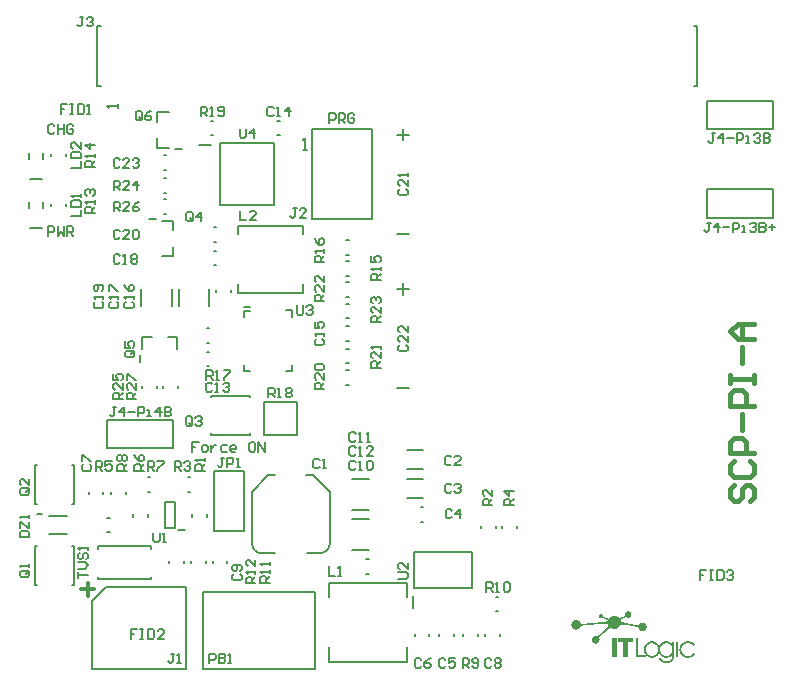
<source format=gto>
G04*
G04 #@! TF.GenerationSoftware,Altium Limited,Altium Designer,19.1.8 (144)*
G04*
G04 Layer_Color=15132400*
%FSLAX25Y25*%
%MOIN*%
G70*
G01*
G75*
%ADD10C,0.00787*%
%ADD11C,0.00591*%
%ADD12C,0.01181*%
%ADD13C,0.01575*%
G36*
X205213Y21494D02*
X205243D01*
Y21463D01*
X205366D01*
Y21433D01*
X205458D01*
Y21402D01*
Y21372D01*
X205549D01*
Y21341D01*
X205580D01*
Y21310D01*
X205610D01*
Y21280D01*
X205672D01*
Y21249D01*
X205702D01*
Y21219D01*
X205733D01*
Y21188D01*
X205764D01*
Y21158D01*
X205794D01*
Y21127D01*
X205825D01*
Y21096D01*
Y21066D01*
Y21035D01*
X205886D01*
Y21004D01*
X205917D01*
Y20974D01*
Y20943D01*
Y20913D01*
X205947D01*
Y20882D01*
Y20852D01*
Y20821D01*
Y20790D01*
X206008D01*
Y20760D01*
Y20729D01*
Y20699D01*
Y20668D01*
Y20637D01*
Y20607D01*
X206039D01*
Y20576D01*
Y20546D01*
Y20515D01*
Y20484D01*
Y20454D01*
Y20423D01*
Y20393D01*
Y20362D01*
Y20332D01*
Y20301D01*
Y20270D01*
X206008D01*
Y20240D01*
Y20209D01*
Y20178D01*
Y20148D01*
Y20117D01*
Y20087D01*
X205947D01*
Y20056D01*
Y20026D01*
X205917D01*
Y19995D01*
Y19964D01*
Y19934D01*
X205855D01*
Y19903D01*
Y19873D01*
Y19842D01*
X205825D01*
Y19811D01*
X205794D01*
Y19781D01*
Y19750D01*
X205764D01*
Y19720D01*
X205702D01*
Y19689D01*
Y19658D01*
X205672D01*
Y19628D01*
X205610D01*
Y19597D01*
X205580D01*
Y19567D01*
Y19536D01*
X205488D01*
Y19505D01*
X205396D01*
Y19475D01*
Y19444D01*
X205274D01*
Y19414D01*
X205121D01*
Y19383D01*
X204846D01*
Y19414D01*
X204632D01*
Y19444D01*
X204540D01*
Y19475D01*
Y19505D01*
X204448D01*
Y19536D01*
X204356D01*
Y19567D01*
Y19597D01*
X204326D01*
Y19628D01*
X204081D01*
Y19597D01*
X203959D01*
Y19567D01*
Y19536D01*
X203867D01*
Y19505D01*
X203744D01*
Y19475D01*
X203714D01*
Y19444D01*
X203653D01*
Y19414D01*
X203561D01*
Y19383D01*
X203500D01*
Y19353D01*
X203469D01*
Y19322D01*
X203408D01*
Y19291D01*
X203316D01*
Y19261D01*
X203286D01*
Y19230D01*
X203224D01*
Y19200D01*
X203133D01*
Y19169D01*
X203071D01*
Y19138D01*
X203041D01*
Y19108D01*
X203010D01*
Y19077D01*
X202918D01*
Y19047D01*
Y19016D01*
X202827D01*
Y18985D01*
X202765D01*
Y18955D01*
X202735D01*
Y18924D01*
X202704D01*
Y18894D01*
X202612D01*
Y18863D01*
X202551D01*
Y18832D01*
X202521D01*
Y18802D01*
X202490D01*
Y18771D01*
X202398D01*
Y18741D01*
Y18710D01*
Y18679D01*
Y18649D01*
Y18618D01*
Y18588D01*
Y18557D01*
X202429D01*
Y18527D01*
Y18496D01*
Y18465D01*
Y18435D01*
Y18404D01*
X202490D01*
Y18374D01*
Y18343D01*
Y18312D01*
Y18282D01*
X202521D01*
Y18251D01*
Y18221D01*
Y18190D01*
X202582D01*
Y18159D01*
X202612D01*
Y18129D01*
X202704D01*
Y18098D01*
Y18068D01*
X202827D01*
Y18037D01*
X202949D01*
Y18006D01*
X202979D01*
Y17976D01*
X203102D01*
Y17945D01*
X203224D01*
Y17915D01*
X203377D01*
Y17884D01*
X203408D01*
Y17853D01*
X203530D01*
Y17823D01*
X203683D01*
Y17792D01*
Y17762D01*
X203867D01*
Y17731D01*
X204020D01*
Y17700D01*
X204081D01*
Y17670D01*
X204203D01*
Y17639D01*
X204417D01*
Y17609D01*
X204570D01*
Y17578D01*
X204601D01*
Y17548D01*
X204815D01*
Y17517D01*
X204968D01*
Y17486D01*
X204999D01*
Y17456D01*
X205182D01*
Y17425D01*
X205458D01*
Y17395D01*
X205641D01*
Y17364D01*
X205672D01*
Y17333D01*
X205917D01*
Y17303D01*
X206131D01*
Y17272D01*
X206161D01*
Y17242D01*
X206406D01*
Y17211D01*
X206651D01*
Y17180D01*
X206895D01*
Y17150D01*
Y17119D01*
X207201D01*
Y17089D01*
X207446D01*
Y17058D01*
X207477D01*
Y17027D01*
X207752D01*
Y16997D01*
X208058D01*
Y16966D01*
X208425D01*
Y16997D01*
X208517D01*
Y17027D01*
Y17058D01*
Y17089D01*
X208578D01*
Y17119D01*
Y17150D01*
Y17180D01*
X208609D01*
Y17211D01*
X208639D01*
Y17242D01*
X208700D01*
Y17272D01*
Y17303D01*
Y17333D01*
X208731D01*
Y17364D01*
Y17395D01*
X208792D01*
Y17425D01*
X208853D01*
Y17456D01*
X208884D01*
Y17486D01*
X208915D01*
Y17517D01*
X208945D01*
Y17548D01*
X209037D01*
Y17578D01*
Y17609D01*
X209129D01*
Y17639D01*
X209190D01*
Y17670D01*
X209312D01*
Y17700D01*
X209343D01*
Y17731D01*
X209557D01*
Y17762D01*
X209894D01*
Y17731D01*
X210108D01*
Y17700D01*
X210138D01*
Y17670D01*
X210261D01*
Y17639D01*
X210383D01*
Y17609D01*
X210444D01*
Y17578D01*
X210475D01*
Y17548D01*
X210505D01*
Y17517D01*
X210597D01*
Y17486D01*
Y17456D01*
X210628D01*
Y17425D01*
X210658D01*
Y17395D01*
X210719D01*
Y17364D01*
Y17333D01*
X210750D01*
Y17303D01*
X210811D01*
Y17272D01*
Y17242D01*
X210842D01*
Y17211D01*
X210873D01*
Y17180D01*
Y17150D01*
Y17119D01*
X210934D01*
Y17089D01*
X210964D01*
Y17058D01*
Y17027D01*
Y16997D01*
X211026D01*
Y16966D01*
X210995D01*
Y16936D01*
Y16905D01*
X211056D01*
Y16874D01*
Y16844D01*
Y16813D01*
Y16783D01*
X211087D01*
Y16752D01*
Y16722D01*
Y16691D01*
Y16660D01*
Y16630D01*
Y16599D01*
X211148D01*
Y16569D01*
Y16538D01*
Y16507D01*
Y16477D01*
Y16446D01*
Y16416D01*
Y16385D01*
Y16354D01*
Y16324D01*
Y16293D01*
Y16263D01*
Y16232D01*
Y16201D01*
Y16171D01*
Y16140D01*
X211087D01*
Y16110D01*
Y16079D01*
Y16048D01*
Y16018D01*
Y15987D01*
X211056D01*
Y15957D01*
Y15926D01*
Y15895D01*
Y15865D01*
Y15834D01*
X210995D01*
Y15804D01*
Y15773D01*
X210964D01*
Y15743D01*
Y15712D01*
Y15681D01*
X210934D01*
Y15651D01*
Y15620D01*
Y15590D01*
X210903D01*
Y15559D01*
X210842D01*
Y15528D01*
Y15498D01*
X210781D01*
Y15467D01*
Y15437D01*
Y15406D01*
X210750D01*
Y15375D01*
X210719D01*
Y15345D01*
X210658D01*
Y15314D01*
X210628D01*
Y15284D01*
X210597D01*
Y15253D01*
X210536D01*
Y15223D01*
Y15192D01*
X210444D01*
Y15161D01*
X210383D01*
Y15131D01*
X210291D01*
Y15100D01*
Y15069D01*
X210169D01*
Y15039D01*
X209985D01*
Y15008D01*
Y14978D01*
X209526D01*
Y15008D01*
X209496D01*
Y15039D01*
X209343D01*
Y15069D01*
X209221D01*
Y15100D01*
X209190D01*
Y15131D01*
X209129D01*
Y15161D01*
X209037D01*
Y15192D01*
X209006D01*
Y15223D01*
X208976D01*
Y15253D01*
X208915D01*
Y15284D01*
X208853D01*
Y15314D01*
Y15345D01*
X208823D01*
Y15375D01*
X208792D01*
Y15406D01*
X208731D01*
Y15437D01*
Y15467D01*
X208700D01*
Y15498D01*
X208639D01*
Y15528D01*
Y15559D01*
X208609D01*
Y15590D01*
Y15620D01*
X208578D01*
Y15651D01*
X208547D01*
Y15681D01*
X208517D01*
Y15712D01*
Y15743D01*
Y15773D01*
X208486D01*
Y15804D01*
Y15834D01*
X208456D01*
Y15865D01*
Y15895D01*
Y15926D01*
Y15957D01*
Y15987D01*
Y16018D01*
X208395D01*
Y16048D01*
Y16079D01*
Y16110D01*
Y16140D01*
X208364D01*
Y16171D01*
X208333D01*
Y16201D01*
X208303D01*
Y16232D01*
X208272D01*
Y16263D01*
X208150D01*
Y16293D01*
X208119D01*
Y16324D01*
X207997D01*
Y16354D01*
X207874D01*
Y16385D01*
Y16416D01*
X207691D01*
Y16446D01*
X207538D01*
Y16477D01*
X207385D01*
Y16507D01*
X207354D01*
Y16538D01*
X207201D01*
Y16569D01*
X206987D01*
Y16599D01*
Y16630D01*
X206773D01*
Y16660D01*
X206559D01*
Y16691D01*
X206528D01*
Y16722D01*
X206345D01*
Y16752D01*
X206131D01*
Y16783D01*
X205886D01*
Y16813D01*
X205855D01*
Y16844D01*
X205610D01*
Y16874D01*
X205396D01*
Y16905D01*
X205366D01*
Y16936D01*
X205121D01*
Y16966D01*
X204846D01*
Y16997D01*
X204601D01*
Y17027D01*
X204570D01*
Y17058D01*
X204264D01*
Y17089D01*
X203989D01*
Y17119D01*
X203959D01*
Y17150D01*
X203591D01*
Y17180D01*
X202490D01*
Y17150D01*
X202429D01*
Y17119D01*
X202398D01*
Y17089D01*
X202368D01*
Y17058D01*
Y17027D01*
Y16997D01*
X202307D01*
Y16966D01*
Y16936D01*
X202276D01*
Y16905D01*
Y16874D01*
Y16844D01*
X202215D01*
Y16813D01*
Y16783D01*
X202245D01*
Y16752D01*
X202184D01*
Y16722D01*
X202153D01*
Y16691D01*
Y16660D01*
Y16630D01*
X202123D01*
Y16599D01*
X202092D01*
Y16569D01*
X202062D01*
Y16538D01*
X202031D01*
Y16507D01*
X202001D01*
Y16477D01*
X201970D01*
Y16446D01*
X201939D01*
Y16416D01*
X201909D01*
Y16385D01*
X201878D01*
Y16354D01*
X201848D01*
Y16324D01*
X201817D01*
Y16293D01*
X201786D01*
Y16263D01*
X201756D01*
Y16232D01*
X201725D01*
Y16201D01*
X201695D01*
Y16171D01*
X201664D01*
Y16140D01*
X201603D01*
Y16110D01*
X201542D01*
Y16079D01*
Y16048D01*
X201450D01*
Y16018D01*
X201389D01*
Y15987D01*
X201297D01*
Y15957D01*
Y15926D01*
X201205D01*
Y15895D01*
X201083D01*
Y15865D01*
Y15834D01*
X200960D01*
Y15804D01*
X200746D01*
Y15773D01*
X200043D01*
Y15804D01*
X199829D01*
Y15834D01*
X199706D01*
Y15865D01*
Y15895D01*
X199584D01*
Y15926D01*
X199492D01*
Y15957D01*
X199461D01*
Y15987D01*
X199400D01*
Y16018D01*
X199308D01*
Y16048D01*
X199186D01*
Y16018D01*
X199064D01*
Y15987D01*
X199033D01*
Y15957D01*
Y15926D01*
X198941D01*
Y15895D01*
X198911D01*
Y15865D01*
X198880D01*
Y15834D01*
X198819D01*
Y15804D01*
X198758D01*
Y15773D01*
X198696D01*
Y15743D01*
X198666D01*
Y15712D01*
X198635D01*
Y15681D01*
X198544D01*
Y15651D01*
Y15620D01*
X198513D01*
Y15590D01*
X198421D01*
Y15559D01*
X198391D01*
Y15528D01*
Y15498D01*
X198299D01*
Y15467D01*
X198268D01*
Y15437D01*
X198238D01*
Y15406D01*
X198176D01*
Y15375D01*
X198115D01*
Y15345D01*
X198085D01*
Y15314D01*
Y15284D01*
X197993D01*
Y15253D01*
X197962D01*
Y15223D01*
X197932D01*
Y15192D01*
X197871D01*
Y15161D01*
X197840D01*
Y15131D01*
X197809D01*
Y15100D01*
X197779D01*
Y15069D01*
X197687D01*
Y15039D01*
X197656D01*
Y15008D01*
Y14978D01*
X197595D01*
Y14947D01*
X197565D01*
Y14917D01*
X197503D01*
Y14886D01*
X197473D01*
Y14855D01*
X197442D01*
Y14825D01*
X197412D01*
Y14794D01*
X197381D01*
Y14764D01*
X197350D01*
Y14733D01*
X197320D01*
Y14702D01*
X197289D01*
Y14672D01*
X197259D01*
Y14641D01*
X197197D01*
Y14611D01*
X197136D01*
Y14580D01*
Y14549D01*
X197106D01*
Y14519D01*
X197045D01*
Y14488D01*
Y14458D01*
X197014D01*
Y14427D01*
X196922D01*
Y14397D01*
X196892D01*
Y14366D01*
Y14335D01*
X196830D01*
Y14305D01*
X196800D01*
Y14274D01*
Y14243D01*
X196739D01*
Y14213D01*
X196677D01*
Y14182D01*
X196647D01*
Y14152D01*
X196616D01*
Y14121D01*
X196586D01*
Y14090D01*
X196555D01*
Y14060D01*
X196524D01*
Y14029D01*
X196494D01*
Y13999D01*
X196402D01*
Y13968D01*
X196371D01*
Y13938D01*
Y13907D01*
X196341D01*
Y13876D01*
X196280D01*
Y13846D01*
Y13815D01*
X196188D01*
Y13785D01*
X196157D01*
Y13754D01*
X196127D01*
Y13723D01*
X196096D01*
Y13693D01*
X196065D01*
Y13662D01*
X196035D01*
Y13632D01*
X196004D01*
Y13601D01*
X195974D01*
Y13570D01*
X195913D01*
Y13540D01*
X195882D01*
Y13509D01*
X195851D01*
Y13479D01*
X195821D01*
Y13448D01*
X195760D01*
Y13418D01*
Y13387D01*
X195729D01*
Y13356D01*
X195698D01*
Y13326D01*
X195668D01*
Y13295D01*
X195637D01*
Y13264D01*
X195545D01*
Y13234D01*
X195515D01*
Y13203D01*
Y13173D01*
X195454D01*
Y13142D01*
X195423D01*
Y13112D01*
X195393D01*
Y13081D01*
Y13050D01*
X195331D01*
Y13020D01*
Y12989D01*
Y12959D01*
X195301D01*
Y12928D01*
X195239D01*
Y12897D01*
Y12867D01*
Y12836D01*
Y12806D01*
Y12775D01*
Y12744D01*
Y12714D01*
X195301D01*
Y12683D01*
Y12653D01*
Y12622D01*
X195331D01*
Y12592D01*
Y12561D01*
Y12530D01*
Y12500D01*
X195362D01*
Y12469D01*
Y12438D01*
Y12408D01*
Y12377D01*
Y12347D01*
Y12316D01*
X195423D01*
Y12286D01*
Y12255D01*
Y12224D01*
Y12194D01*
Y12163D01*
Y12133D01*
Y12102D01*
Y12071D01*
Y12041D01*
Y12010D01*
Y11980D01*
X195362D01*
Y11949D01*
Y11918D01*
Y11888D01*
Y11857D01*
Y11827D01*
Y11796D01*
X195393D01*
Y11766D01*
X195331D01*
Y11735D01*
Y11704D01*
Y11674D01*
Y11643D01*
X195301D01*
Y11613D01*
Y11582D01*
Y11551D01*
X195239D01*
Y11521D01*
Y11490D01*
Y11460D01*
X195209D01*
Y11429D01*
X195148D01*
Y11398D01*
Y11368D01*
X195178D01*
Y11337D01*
X195117D01*
Y11307D01*
Y11276D01*
X195087D01*
Y11245D01*
X195056D01*
Y11215D01*
X194995D01*
Y11184D01*
Y11154D01*
X194964D01*
Y11123D01*
X194903D01*
Y11092D01*
Y11062D01*
X194811D01*
Y11031D01*
X194750D01*
Y11001D01*
X194658D01*
Y10970D01*
Y10939D01*
X194567D01*
Y10909D01*
X194444D01*
Y10878D01*
Y10848D01*
X193832D01*
Y10878D01*
Y10909D01*
X193710D01*
Y10939D01*
X193588D01*
Y10970D01*
X193557D01*
Y11001D01*
X193496D01*
Y11031D01*
X193435D01*
Y11062D01*
X193373D01*
Y11092D01*
X193343D01*
Y11123D01*
X193312D01*
Y11154D01*
X193282D01*
Y11184D01*
Y11215D01*
X193220D01*
Y11245D01*
X193190D01*
Y11276D01*
X193159D01*
Y11307D01*
X193129D01*
Y11337D01*
X193098D01*
Y11368D01*
X193067D01*
Y11398D01*
Y11429D01*
Y11460D01*
X193006D01*
Y11490D01*
Y11521D01*
X192976D01*
Y11551D01*
Y11582D01*
X192945D01*
Y11613D01*
Y11643D01*
Y11674D01*
Y11704D01*
Y11735D01*
X192884D01*
Y11766D01*
Y11796D01*
Y11827D01*
Y11857D01*
X192853D01*
Y11888D01*
Y11918D01*
Y11949D01*
Y11980D01*
Y12010D01*
Y12041D01*
Y12071D01*
Y12102D01*
Y12133D01*
Y12163D01*
Y12194D01*
Y12224D01*
Y12255D01*
Y12286D01*
Y12316D01*
Y12347D01*
Y12377D01*
Y12408D01*
X192884D01*
Y12438D01*
Y12469D01*
Y12500D01*
Y12530D01*
Y12561D01*
X192945D01*
Y12592D01*
Y12622D01*
Y12653D01*
X192976D01*
Y12683D01*
Y12714D01*
Y12744D01*
X193037D01*
Y12775D01*
Y12806D01*
Y12836D01*
X193067D01*
Y12867D01*
X193098D01*
Y12897D01*
Y12928D01*
Y12959D01*
X193129D01*
Y12989D01*
X193190D01*
Y13020D01*
Y13050D01*
X193220D01*
Y13081D01*
X193282D01*
Y13112D01*
Y13142D01*
X193312D01*
Y13173D01*
X193404D01*
Y13203D01*
X193435D01*
Y13234D01*
Y13264D01*
X193526D01*
Y13295D01*
X193618D01*
Y13326D01*
Y13356D01*
X193740D01*
Y13387D01*
X193955D01*
Y13418D01*
X194322D01*
Y13387D01*
X194475D01*
Y13356D01*
X194597D01*
Y13326D01*
X194628D01*
Y13295D01*
X194781D01*
Y13326D01*
Y13356D01*
X194872D01*
Y13387D01*
X194903D01*
Y13418D01*
X194964D01*
Y13448D01*
X194995D01*
Y13479D01*
X195025D01*
Y13509D01*
X195056D01*
Y13540D01*
X195087D01*
Y13570D01*
X195117D01*
Y13601D01*
X195148D01*
Y13632D01*
X195178D01*
Y13662D01*
X195209D01*
Y13693D01*
X195239D01*
Y13723D01*
X195331D01*
Y13754D01*
Y13785D01*
X195362D01*
Y13815D01*
X195423D01*
Y13846D01*
Y13876D01*
X195454D01*
Y13907D01*
X195484D01*
Y13938D01*
X195545D01*
Y13968D01*
Y13999D01*
X195576D01*
Y14029D01*
X195637D01*
Y14060D01*
X195668D01*
Y14090D01*
X195729D01*
Y14121D01*
X195760D01*
Y14152D01*
X195790D01*
Y14182D01*
X195821D01*
Y14213D01*
X195851D01*
Y14243D01*
X195882D01*
Y14274D01*
Y14305D01*
X195943D01*
Y14335D01*
X195974D01*
Y14366D01*
X196004D01*
Y14397D01*
X196035D01*
Y14427D01*
X196065D01*
Y14458D01*
X196096D01*
Y14488D01*
Y14519D01*
X196188D01*
Y14549D01*
X196219D01*
Y14580D01*
X196249D01*
Y14611D01*
X196280D01*
Y14641D01*
X196310D01*
Y14672D01*
X196341D01*
Y14702D01*
X196371D01*
Y14733D01*
X196402D01*
Y14764D01*
X196433D01*
Y14794D01*
X196463D01*
Y14825D01*
X196494D01*
Y14855D01*
X196524D01*
Y14886D01*
X196555D01*
Y14917D01*
X196586D01*
Y14947D01*
X196616D01*
Y14978D01*
X196647D01*
Y15008D01*
X196677D01*
Y15039D01*
X196708D01*
Y15069D01*
X196739D01*
Y15100D01*
X196769D01*
Y15131D01*
X196800D01*
Y15161D01*
X196830D01*
Y15192D01*
X196861D01*
Y15223D01*
X196892D01*
Y15253D01*
X196922D01*
Y15284D01*
X196953D01*
Y15314D01*
X196983D01*
Y15345D01*
X197014D01*
Y15375D01*
X197075D01*
Y15406D01*
X197136D01*
Y15437D01*
X197167D01*
Y15467D01*
Y15498D01*
X197197D01*
Y15528D01*
X197259D01*
Y15559D01*
Y15590D01*
X197289D01*
Y15620D01*
X197350D01*
Y15651D01*
Y15681D01*
X197381D01*
Y15712D01*
X197412D01*
Y15743D01*
X197473D01*
Y15773D01*
Y15804D01*
Y15834D01*
X197503D01*
Y15865D01*
X197534D01*
Y15895D01*
X197565D01*
Y15926D01*
X197595D01*
Y15957D01*
X197626D01*
Y15987D01*
X197656D01*
Y16018D01*
X197687D01*
Y16048D01*
X197718D01*
Y16079D01*
X197748D01*
Y16110D01*
X197779D01*
Y16140D01*
X197809D01*
Y16171D01*
X197840D01*
Y16201D01*
X197871D01*
Y16232D01*
X197901D01*
Y16263D01*
X197932D01*
Y16293D01*
X197962D01*
Y16324D01*
X197993D01*
Y16354D01*
X198023D01*
Y16385D01*
X198085D01*
Y16416D01*
Y16446D01*
Y16477D01*
X198115D01*
Y16507D01*
Y16538D01*
X198146D01*
Y16569D01*
X198207D01*
Y16599D01*
X198238D01*
Y16630D01*
Y16660D01*
Y16691D01*
X198268D01*
Y16722D01*
X198299D01*
Y16752D01*
X198329D01*
Y16783D01*
Y16813D01*
X198360D01*
Y16844D01*
Y16874D01*
X198421D01*
Y16905D01*
Y16936D01*
Y16966D01*
Y16997D01*
Y17027D01*
Y17058D01*
Y17089D01*
Y17119D01*
Y17150D01*
X198391D01*
Y17180D01*
Y17211D01*
Y17242D01*
Y17272D01*
X198329D01*
Y17303D01*
X198238D01*
Y17333D01*
Y17364D01*
X198115D01*
Y17395D01*
X196616D01*
Y17364D01*
X195698D01*
Y17333D01*
X195668D01*
Y17303D01*
X194872D01*
Y17272D01*
X194138D01*
Y17242D01*
Y17211D01*
X193465D01*
Y17180D01*
X192945D01*
Y17150D01*
X192456D01*
Y17119D01*
X192425D01*
Y17089D01*
X191966D01*
Y17058D01*
X191477D01*
Y17027D01*
Y16997D01*
X191048D01*
Y16966D01*
X190620D01*
Y16936D01*
X190253D01*
Y16905D01*
Y16874D01*
X189916D01*
Y16844D01*
X189610D01*
Y16813D01*
X189580D01*
Y16783D01*
X189396D01*
Y16752D01*
X189274D01*
Y16722D01*
X189213D01*
Y16691D01*
X189182D01*
Y16660D01*
X189121D01*
Y16630D01*
Y16599D01*
Y16569D01*
X189090D01*
Y16538D01*
Y16507D01*
Y16477D01*
X189029D01*
Y16446D01*
Y16416D01*
X188999D01*
Y16385D01*
Y16354D01*
Y16324D01*
X188937D01*
Y16293D01*
Y16263D01*
Y16232D01*
X188907D01*
Y16201D01*
Y16171D01*
Y16140D01*
X188876D01*
Y16110D01*
X188846D01*
Y16079D01*
X188815D01*
Y16048D01*
X188784D01*
Y16018D01*
X188754D01*
Y15987D01*
X188723D01*
Y15957D01*
X188693D01*
Y15926D01*
X188662D01*
Y15895D01*
X188631D01*
Y15865D01*
X188601D01*
Y15834D01*
X188570D01*
Y15804D01*
X188540D01*
Y15773D01*
X188448D01*
Y15743D01*
Y15712D01*
X188356D01*
Y15681D01*
X188264D01*
Y15651D01*
Y15620D01*
X188173D01*
Y15590D01*
X188050D01*
Y15559D01*
X187897D01*
Y15528D01*
Y15498D01*
X187285D01*
Y15528D01*
X187255D01*
Y15559D01*
X187102D01*
Y15590D01*
X187010D01*
Y15620D01*
X186888D01*
Y15651D01*
Y15681D01*
X186796D01*
Y15712D01*
X186765D01*
Y15743D01*
Y15773D01*
X186673D01*
Y15804D01*
X186643D01*
Y15834D01*
X186612D01*
Y15865D01*
X186582D01*
Y15895D01*
X186521D01*
Y15926D01*
X186459D01*
Y15957D01*
Y15987D01*
X186429D01*
Y16018D01*
Y16048D01*
X186398D01*
Y16079D01*
X186368D01*
Y16110D01*
X186337D01*
Y16140D01*
X186306D01*
Y16171D01*
Y16201D01*
Y16232D01*
X186245D01*
Y16263D01*
X186215D01*
Y16293D01*
Y16324D01*
Y16354D01*
X186184D01*
Y16385D01*
Y16416D01*
Y16446D01*
X186123D01*
Y16477D01*
Y16507D01*
Y16538D01*
Y16569D01*
X186092D01*
Y16599D01*
Y16630D01*
Y16660D01*
Y16691D01*
X186062D01*
Y16722D01*
X186031D01*
Y16752D01*
Y16783D01*
Y16813D01*
Y16844D01*
Y16874D01*
Y16905D01*
Y16936D01*
Y16966D01*
Y16997D01*
Y17027D01*
Y17058D01*
Y17089D01*
Y17119D01*
Y17150D01*
Y17180D01*
Y17211D01*
Y17242D01*
Y17272D01*
Y17303D01*
Y17333D01*
Y17364D01*
Y17395D01*
Y17425D01*
X186092D01*
Y17456D01*
Y17486D01*
Y17517D01*
Y17548D01*
Y17578D01*
Y17609D01*
X186123D01*
Y17639D01*
Y17670D01*
X186153D01*
Y17700D01*
X186184D01*
Y17731D01*
Y17762D01*
X186215D01*
Y17792D01*
Y17823D01*
Y17853D01*
X186245D01*
Y17884D01*
Y17915D01*
Y17945D01*
X186276D01*
Y17976D01*
X186337D01*
Y18006D01*
Y18037D01*
Y18068D01*
X186368D01*
Y18098D01*
X186398D01*
Y18129D01*
X186429D01*
Y18159D01*
X186459D01*
Y18190D01*
X186490D01*
Y18221D01*
X186521D01*
Y18251D01*
X186551D01*
Y18282D01*
X186582D01*
Y18312D01*
X186612D01*
Y18343D01*
X186673D01*
Y18374D01*
X186704D01*
Y18404D01*
X186796D01*
Y18435D01*
Y18465D01*
X186857D01*
Y18496D01*
X186979D01*
Y18527D01*
Y18557D01*
X187071D01*
Y18588D01*
X187194D01*
Y18618D01*
X187469D01*
Y18649D01*
X187499D01*
Y18679D01*
X187714D01*
Y18649D01*
Y18618D01*
X187989D01*
Y18588D01*
X188111D01*
Y18557D01*
X188234D01*
Y18527D01*
Y18496D01*
X188326D01*
Y18465D01*
X188387D01*
Y18435D01*
X188417D01*
Y18404D01*
X188479D01*
Y18374D01*
X188540D01*
Y18343D01*
X188570D01*
Y18312D01*
Y18282D01*
X188662D01*
Y18251D01*
X188693D01*
Y18221D01*
X188723D01*
Y18190D01*
X188754D01*
Y18159D01*
X188784D01*
Y18129D01*
Y18098D01*
Y18068D01*
X188815D01*
Y18037D01*
X188876D01*
Y18006D01*
Y17976D01*
X188907D01*
Y17945D01*
Y17915D01*
X188937D01*
Y17884D01*
X188968D01*
Y17853D01*
X188999D01*
Y17823D01*
Y17792D01*
Y17762D01*
X189029D01*
Y17731D01*
Y17700D01*
X189060D01*
Y17670D01*
X189090D01*
Y17639D01*
Y17609D01*
X189121D01*
Y17578D01*
Y17548D01*
X189182D01*
Y17517D01*
X189304D01*
Y17486D01*
X189335D01*
Y17456D01*
X190559D01*
Y17486D01*
X190589D01*
Y17517D01*
X191354D01*
Y17548D01*
X191936D01*
Y17578D01*
X191966D01*
Y17609D01*
X192456D01*
Y17639D01*
X192914D01*
Y17670D01*
X193312D01*
Y17700D01*
X193373D01*
Y17731D01*
X193771D01*
Y17762D01*
X194199D01*
Y17792D01*
X194230D01*
Y17823D01*
X194597D01*
Y17853D01*
X195025D01*
Y17884D01*
Y17915D01*
X195423D01*
Y17945D01*
X195790D01*
Y17976D01*
X196127D01*
Y18006D01*
X196157D01*
Y18037D01*
X196494D01*
Y18068D01*
X196830D01*
Y18098D01*
Y18129D01*
X197167D01*
Y18159D01*
X197473D01*
Y18190D01*
X197748D01*
Y18221D01*
X197779D01*
Y18251D01*
X197993D01*
Y18282D01*
X198115D01*
Y18312D01*
Y18343D01*
X198207D01*
Y18374D01*
X198268D01*
Y18404D01*
X198329D01*
Y18435D01*
Y18465D01*
Y18496D01*
Y18527D01*
Y18557D01*
X198238D01*
Y18588D01*
X198207D01*
Y18618D01*
Y18649D01*
X198115D01*
Y18679D01*
X198023D01*
Y18710D01*
Y18741D01*
X197932D01*
Y18771D01*
X197809D01*
Y18802D01*
X197748D01*
Y18832D01*
X197718D01*
Y18863D01*
X197626D01*
Y18894D01*
X197565D01*
Y18924D01*
X197534D01*
Y18955D01*
X197473D01*
Y18985D01*
X197381D01*
Y19016D01*
X197259D01*
Y19047D01*
Y19077D01*
X197167D01*
Y19108D01*
X197075D01*
Y19138D01*
Y19169D01*
X196983D01*
Y19200D01*
X196861D01*
Y19230D01*
X196800D01*
Y19261D01*
X196769D01*
Y19291D01*
X196708D01*
Y19322D01*
X196586D01*
Y19353D01*
X196555D01*
Y19383D01*
X196494D01*
Y19414D01*
X196341D01*
Y19383D01*
X196280D01*
Y19353D01*
Y19322D01*
X196188D01*
Y19291D01*
X196127D01*
Y19261D01*
X196096D01*
Y19230D01*
X195668D01*
Y19261D01*
Y19291D01*
X195576D01*
Y19322D01*
X195515D01*
Y19353D01*
X195484D01*
Y19383D01*
X195454D01*
Y19414D01*
X195362D01*
Y19444D01*
X195393D01*
Y19475D01*
Y19505D01*
X195331D01*
Y19536D01*
X195301D01*
Y19567D01*
X195270D01*
Y19597D01*
X195239D01*
Y19628D01*
Y19658D01*
Y19689D01*
Y19720D01*
X195209D01*
Y19750D01*
Y19781D01*
Y19811D01*
Y19842D01*
Y19873D01*
Y19903D01*
Y19934D01*
Y19964D01*
Y19995D01*
Y20026D01*
Y20056D01*
Y20087D01*
Y20117D01*
Y20148D01*
Y20178D01*
X195239D01*
Y20209D01*
Y20240D01*
Y20270D01*
X195301D01*
Y20301D01*
Y20332D01*
Y20362D01*
X195331D01*
Y20393D01*
X195362D01*
Y20423D01*
X195393D01*
Y20454D01*
X195423D01*
Y20484D01*
X195454D01*
Y20515D01*
X195545D01*
Y20546D01*
Y20576D01*
X195637D01*
Y20607D01*
X195790D01*
Y20637D01*
X195943D01*
Y20607D01*
X196157D01*
Y20576D01*
X196219D01*
Y20546D01*
X196249D01*
Y20515D01*
X196280D01*
Y20484D01*
X196371D01*
Y20454D01*
Y20423D01*
X196402D01*
Y20393D01*
X196463D01*
Y20362D01*
X196433D01*
Y20332D01*
Y20301D01*
X196494D01*
Y20270D01*
X196524D01*
Y20240D01*
Y20209D01*
Y20178D01*
Y20148D01*
X196586D01*
Y20117D01*
Y20087D01*
Y20056D01*
Y20026D01*
Y19995D01*
Y19964D01*
Y19934D01*
Y19903D01*
Y19873D01*
Y19842D01*
Y19811D01*
Y19781D01*
X196616D01*
Y19750D01*
X196708D01*
Y19720D01*
X196800D01*
Y19689D01*
Y19658D01*
X196922D01*
Y19628D01*
X197045D01*
Y19597D01*
Y19567D01*
X197136D01*
Y19536D01*
X197259D01*
Y19505D01*
X197289D01*
Y19475D01*
X197412D01*
Y19444D01*
X197534D01*
Y19414D01*
X197656D01*
Y19383D01*
Y19353D01*
X197779D01*
Y19322D01*
X197901D01*
Y19291D01*
X197932D01*
Y19261D01*
X198085D01*
Y19230D01*
X198207D01*
Y19200D01*
X198360D01*
Y19169D01*
X198391D01*
Y19138D01*
X198544D01*
Y19108D01*
X198635D01*
Y19138D01*
X198666D01*
Y19169D01*
Y19200D01*
X198727D01*
Y19230D01*
X198758D01*
Y19261D01*
X198788D01*
Y19291D01*
X198819D01*
Y19322D01*
Y19353D01*
X198849D01*
Y19383D01*
Y19414D01*
X198880D01*
Y19444D01*
X198911D01*
Y19475D01*
X198972D01*
Y19505D01*
X199003D01*
Y19536D01*
X199064D01*
Y19567D01*
X199094D01*
Y19597D01*
Y19628D01*
X199155D01*
Y19658D01*
X199217D01*
Y19689D01*
X199247D01*
Y19720D01*
X199278D01*
Y19750D01*
X199339D01*
Y19781D01*
X199431D01*
Y19811D01*
Y19842D01*
X199522D01*
Y19873D01*
X199645D01*
Y19903D01*
X199676D01*
Y19934D01*
X199798D01*
Y19964D01*
X199951D01*
Y19995D01*
X200287D01*
Y20026D01*
Y20056D01*
X200471D01*
Y20026D01*
X200501D01*
Y19995D01*
X200838D01*
Y19964D01*
X200991D01*
Y19934D01*
X201113D01*
Y19903D01*
Y19873D01*
X201236D01*
Y19842D01*
X201327D01*
Y19811D01*
Y19781D01*
X201419D01*
Y19750D01*
X201511D01*
Y19720D01*
X201542D01*
Y19689D01*
Y19658D01*
X201633D01*
Y19628D01*
X201664D01*
Y19597D01*
X201695D01*
Y19567D01*
X201725D01*
Y19536D01*
X201817D01*
Y19505D01*
X201848D01*
Y19475D01*
Y19444D01*
X201878D01*
Y19414D01*
X201939D01*
Y19383D01*
Y19353D01*
X201970D01*
Y19322D01*
X202031D01*
Y19291D01*
Y19261D01*
X202153D01*
Y19291D01*
X202184D01*
Y19322D01*
X202276D01*
Y19353D01*
X202398D01*
Y19383D01*
Y19414D01*
X202490D01*
Y19444D01*
X202612D01*
Y19475D01*
X202674D01*
Y19505D01*
X202704D01*
Y19536D01*
X202765D01*
Y19567D01*
X202918D01*
Y19597D01*
Y19628D01*
X203010D01*
Y19658D01*
X203071D01*
Y19689D01*
X203102D01*
Y19720D01*
X203224D01*
Y19750D01*
X203286D01*
Y19781D01*
X203377D01*
Y19811D01*
Y19842D01*
X203469D01*
Y19873D01*
X203561D01*
Y19903D01*
Y19934D01*
X203653D01*
Y19964D01*
X203714D01*
Y19995D01*
X203805D01*
Y20026D01*
Y20056D01*
X203867D01*
Y20087D01*
X203897D01*
Y20117D01*
Y20148D01*
Y20178D01*
Y20209D01*
Y20240D01*
Y20270D01*
Y20301D01*
Y20332D01*
Y20362D01*
Y20393D01*
Y20423D01*
Y20454D01*
Y20484D01*
Y20515D01*
Y20546D01*
Y20576D01*
Y20607D01*
Y20637D01*
Y20668D01*
Y20699D01*
X203959D01*
Y20729D01*
Y20760D01*
Y20790D01*
X203928D01*
Y20821D01*
X203989D01*
Y20852D01*
Y20882D01*
Y20913D01*
X204020D01*
Y20943D01*
Y20974D01*
Y21004D01*
X204081D01*
Y21035D01*
Y21066D01*
Y21096D01*
X204112D01*
Y21127D01*
X204142D01*
Y21158D01*
X204203D01*
Y21188D01*
Y21219D01*
X204234D01*
Y21249D01*
X204264D01*
Y21280D01*
X204295D01*
Y21310D01*
X204326D01*
Y21341D01*
X204417D01*
Y21372D01*
X204448D01*
Y21402D01*
Y21433D01*
X204570D01*
Y21463D01*
X204693D01*
Y21494D01*
X204723D01*
Y21525D01*
X205213D01*
Y21494D01*
D02*
G37*
G36*
X225312Y11551D02*
X225557D01*
Y11521D01*
X225588D01*
Y11490D01*
X225741D01*
Y11460D01*
X225924D01*
Y11429D01*
Y11398D01*
X226016D01*
Y11368D01*
X226138D01*
Y11337D01*
X226200D01*
Y11307D01*
X226230D01*
Y11276D01*
X226322D01*
Y11245D01*
X226383D01*
Y11215D01*
X226414D01*
Y11184D01*
X226475D01*
Y11154D01*
X226567D01*
Y11123D01*
X226597D01*
Y11092D01*
Y11062D01*
X226659D01*
Y11031D01*
X226720D01*
Y11001D01*
X226750D01*
Y10970D01*
X226781D01*
Y10939D01*
X226811D01*
Y10909D01*
X226842D01*
Y10878D01*
X226873D01*
Y10848D01*
X226903D01*
Y10817D01*
X226934D01*
Y10786D01*
X226964D01*
Y10756D01*
X226995D01*
Y10725D01*
X227026D01*
Y10695D01*
X227056D01*
Y10664D01*
X227087D01*
Y10633D01*
X227117D01*
Y10603D01*
X227148D01*
Y10572D01*
X227179D01*
Y10542D01*
X227209D01*
Y10511D01*
Y10481D01*
Y10450D01*
X227240D01*
Y10419D01*
X227301D01*
Y10389D01*
X227240D01*
Y10358D01*
X227209D01*
Y10328D01*
Y10297D01*
X227117D01*
Y10266D01*
X227087D01*
Y10236D01*
X227056D01*
Y10205D01*
X226995D01*
Y10175D01*
X226903D01*
Y10144D01*
X226873D01*
Y10114D01*
Y10083D01*
X226781D01*
Y10052D01*
X226720D01*
Y10083D01*
Y10114D01*
Y10144D01*
X226689D01*
Y10175D01*
X226628D01*
Y10205D01*
X226597D01*
Y10236D01*
Y10266D01*
X226567D01*
Y10297D01*
X226505D01*
Y10328D01*
Y10358D01*
X226475D01*
Y10389D01*
X226414D01*
Y10419D01*
X226383D01*
Y10450D01*
Y10481D01*
X226353D01*
Y10511D01*
X226261D01*
Y10542D01*
X226230D01*
Y10572D01*
X226200D01*
Y10603D01*
X226138D01*
Y10633D01*
X226077D01*
Y10664D01*
Y10695D01*
X225985D01*
Y10725D01*
X225924D01*
Y10756D01*
X225894D01*
Y10786D01*
X225771D01*
Y10817D01*
X225710D01*
Y10848D01*
X225526D01*
Y10878D01*
Y10909D01*
X225312D01*
Y10939D01*
X224456D01*
Y10909D01*
X224242D01*
Y10878D01*
Y10848D01*
X224119D01*
Y10817D01*
X223997D01*
Y10786D01*
X223905D01*
Y10756D01*
Y10725D01*
X223813D01*
Y10695D01*
X223752D01*
Y10664D01*
X223722D01*
Y10633D01*
X223660D01*
Y10603D01*
X223599D01*
Y10572D01*
X223538D01*
Y10542D01*
X223507D01*
Y10511D01*
X223477D01*
Y10481D01*
X223446D01*
Y10450D01*
X223416D01*
Y10419D01*
X223385D01*
Y10389D01*
X223354D01*
Y10358D01*
X223324D01*
Y10328D01*
X223293D01*
Y10297D01*
X223263D01*
Y10266D01*
X223232D01*
Y10236D01*
X223201D01*
Y10205D01*
X223171D01*
Y10175D01*
X223140D01*
Y10144D01*
X223110D01*
Y10114D01*
X223079D01*
Y10083D01*
X223048D01*
Y10052D01*
Y10022D01*
Y9991D01*
X223018D01*
Y9961D01*
X222957D01*
Y9930D01*
Y9899D01*
Y9869D01*
X222926D01*
Y9838D01*
Y9808D01*
Y9777D01*
X222865D01*
Y9746D01*
Y9716D01*
X222834D01*
Y9685D01*
Y9655D01*
Y9624D01*
Y9593D01*
Y9563D01*
X222773D01*
Y9532D01*
Y9502D01*
Y9471D01*
X222804D01*
Y9440D01*
X222743D01*
Y9410D01*
Y9379D01*
Y9349D01*
Y9318D01*
Y9287D01*
Y9257D01*
X222712D01*
Y9226D01*
Y9196D01*
Y9165D01*
Y9134D01*
Y9104D01*
Y9073D01*
Y9043D01*
Y9012D01*
Y8981D01*
Y8951D01*
Y8920D01*
Y8890D01*
Y8859D01*
Y8828D01*
Y8798D01*
Y8767D01*
Y8737D01*
Y8706D01*
Y8676D01*
Y8645D01*
Y8614D01*
Y8584D01*
Y8553D01*
Y8523D01*
Y8492D01*
Y8461D01*
Y8431D01*
X222743D01*
Y8400D01*
Y8370D01*
Y8339D01*
Y8309D01*
Y8278D01*
X222804D01*
Y8247D01*
X222773D01*
Y8217D01*
Y8186D01*
Y8156D01*
X222834D01*
Y8125D01*
Y8094D01*
Y8064D01*
Y8033D01*
Y8003D01*
X222865D01*
Y7972D01*
Y7941D01*
X222926D01*
Y7911D01*
Y7880D01*
Y7850D01*
X222957D01*
Y7819D01*
Y7788D01*
Y7758D01*
X223018D01*
Y7727D01*
X222987D01*
Y7697D01*
Y7666D01*
X223048D01*
Y7635D01*
X223079D01*
Y7605D01*
X223110D01*
Y7574D01*
X223140D01*
Y7544D01*
Y7513D01*
X223171D01*
Y7482D01*
Y7452D01*
X223232D01*
Y7421D01*
X223263D01*
Y7391D01*
Y7360D01*
X223324D01*
Y7329D01*
X223354D01*
Y7299D01*
X223385D01*
Y7268D01*
Y7238D01*
X223446D01*
Y7207D01*
X223477D01*
Y7176D01*
Y7146D01*
X223569D01*
Y7115D01*
X223599D01*
Y7085D01*
X223630D01*
Y7054D01*
X223660D01*
Y7024D01*
X223722D01*
Y6993D01*
X223813D01*
Y6962D01*
Y6932D01*
X223905D01*
Y6901D01*
X223997D01*
Y6871D01*
X224027D01*
Y6840D01*
X224089D01*
Y6809D01*
X224211D01*
Y6779D01*
X224425D01*
Y6748D01*
Y6718D01*
X224762D01*
Y6687D01*
X225007D01*
Y6718D01*
X225404D01*
Y6748D01*
Y6779D01*
X225557D01*
Y6809D01*
X225679D01*
Y6840D01*
X225802D01*
Y6871D01*
X225833D01*
Y6901D01*
X225894D01*
Y6932D01*
X225985D01*
Y6962D01*
X226016D01*
Y6993D01*
X226077D01*
Y7024D01*
X226108D01*
Y7054D01*
X226138D01*
Y7085D01*
X226200D01*
Y7115D01*
X226261D01*
Y7146D01*
X226322D01*
Y7176D01*
X226353D01*
Y7207D01*
X226383D01*
Y7238D01*
X226414D01*
Y7268D01*
X226444D01*
Y7299D01*
X226475D01*
Y7329D01*
X226505D01*
Y7360D01*
X226536D01*
Y7391D01*
X226567D01*
Y7421D01*
X226597D01*
Y7452D01*
X226628D01*
Y7482D01*
X226659D01*
Y7513D01*
X226689D01*
Y7544D01*
X226720D01*
Y7574D01*
X226750D01*
Y7605D01*
X226781D01*
Y7574D01*
X226811D01*
Y7544D01*
X226903D01*
Y7513D01*
X226934D01*
Y7482D01*
X226964D01*
Y7452D01*
X227026D01*
Y7421D01*
X227087D01*
Y7391D01*
Y7360D01*
X227179D01*
Y7329D01*
X227209D01*
Y7299D01*
X227270D01*
Y7268D01*
Y7238D01*
X227240D01*
Y7207D01*
Y7176D01*
X227209D01*
Y7146D01*
Y7115D01*
X227179D01*
Y7085D01*
X227117D01*
Y7054D01*
Y7024D01*
X227087D01*
Y6993D01*
X227026D01*
Y6962D01*
X226995D01*
Y6932D01*
Y6901D01*
X226964D01*
Y6871D01*
X226903D01*
Y6840D01*
Y6809D01*
X226873D01*
Y6779D01*
X226811D01*
Y6748D01*
X226781D01*
Y6718D01*
Y6687D01*
X226689D01*
Y6656D01*
X226659D01*
Y6626D01*
X226628D01*
Y6595D01*
X226567D01*
Y6565D01*
X226536D01*
Y6534D01*
X226444D01*
Y6504D01*
Y6473D01*
X226353D01*
Y6442D01*
X226261D01*
Y6412D01*
Y6381D01*
X226169D01*
Y6351D01*
X226108D01*
Y6320D01*
X225985D01*
Y6289D01*
X225955D01*
Y6259D01*
X225833D01*
Y6228D01*
X225679D01*
Y6198D01*
X225649D01*
Y6167D01*
X225496D01*
Y6136D01*
X225190D01*
Y6106D01*
X224456D01*
Y6136D01*
X224211D01*
Y6167D01*
X223997D01*
Y6198D01*
X223966D01*
Y6228D01*
X223844D01*
Y6259D01*
X223722D01*
Y6289D01*
Y6320D01*
X223630D01*
Y6351D01*
X223569D01*
Y6381D01*
X223477D01*
Y6412D01*
Y6442D01*
X223385D01*
Y6473D01*
X223293D01*
Y6504D01*
Y6534D01*
X223263D01*
Y6565D01*
X223171D01*
Y6595D01*
X223140D01*
Y6626D01*
X223110D01*
Y6656D01*
X223048D01*
Y6687D01*
X222987D01*
Y6718D01*
Y6748D01*
X222957D01*
Y6779D01*
X222926D01*
Y6809D01*
X222865D01*
Y6840D01*
Y6871D01*
X222834D01*
Y6901D01*
X222773D01*
Y6932D01*
Y6962D01*
X222743D01*
Y6993D01*
X222712D01*
Y7024D01*
X222651D01*
Y7054D01*
Y7085D01*
X222620D01*
Y7115D01*
X222590D01*
Y7146D01*
Y7176D01*
Y7207D01*
X222528D01*
Y7238D01*
X222498D01*
Y7268D01*
X222467D01*
Y7299D01*
X222437D01*
Y7329D01*
Y7360D01*
Y7391D01*
X222406D01*
Y7421D01*
X222375D01*
Y7452D01*
Y7482D01*
Y7513D01*
X222314D01*
Y7544D01*
Y7574D01*
Y7605D01*
X222284D01*
Y7635D01*
Y7666D01*
X222253D01*
Y7697D01*
X222222D01*
Y7727D01*
Y7758D01*
X222192D01*
Y7788D01*
Y7819D01*
Y7850D01*
Y7880D01*
Y7911D01*
X222161D01*
Y7941D01*
Y7972D01*
Y8003D01*
Y8033D01*
X222100D01*
Y8064D01*
Y8094D01*
Y8125D01*
Y8156D01*
Y8186D01*
X222070D01*
Y8217D01*
Y8247D01*
Y8278D01*
Y8309D01*
Y8339D01*
Y8370D01*
Y8400D01*
Y8431D01*
Y8461D01*
X222008D01*
Y8492D01*
Y8523D01*
Y8553D01*
Y8584D01*
Y8614D01*
Y8645D01*
Y8676D01*
Y8706D01*
Y8737D01*
Y8767D01*
Y8798D01*
Y8828D01*
Y8859D01*
Y8890D01*
Y8920D01*
Y8951D01*
Y8981D01*
Y9012D01*
Y9043D01*
Y9073D01*
Y9104D01*
Y9134D01*
Y9165D01*
X222070D01*
Y9196D01*
Y9226D01*
Y9257D01*
Y9287D01*
Y9318D01*
Y9349D01*
Y9379D01*
Y9410D01*
Y9440D01*
X222100D01*
Y9471D01*
Y9502D01*
Y9532D01*
Y9563D01*
Y9593D01*
X222161D01*
Y9624D01*
Y9655D01*
Y9685D01*
Y9716D01*
Y9746D01*
X222192D01*
Y9777D01*
Y9808D01*
Y9838D01*
Y9869D01*
X222222D01*
Y9899D01*
Y9930D01*
Y9961D01*
X222284D01*
Y9991D01*
Y10022D01*
X222314D01*
Y10052D01*
Y10083D01*
Y10114D01*
X222375D01*
Y10144D01*
Y10175D01*
Y10205D01*
X222406D01*
Y10236D01*
X222437D01*
Y10266D01*
Y10297D01*
Y10328D01*
X222467D01*
Y10358D01*
X222498D01*
Y10389D01*
X222528D01*
Y10419D01*
Y10450D01*
Y10481D01*
X222559D01*
Y10511D01*
X222620D01*
Y10542D01*
X222651D01*
Y10572D01*
Y10603D01*
X222712D01*
Y10633D01*
Y10664D01*
Y10695D01*
X222743D01*
Y10725D01*
X222773D01*
Y10756D01*
X222834D01*
Y10786D01*
Y10817D01*
X222865D01*
Y10848D01*
X222957D01*
Y10878D01*
Y10909D01*
X222987D01*
Y10939D01*
X223048D01*
Y10970D01*
X223079D01*
Y11001D01*
Y11031D01*
X223140D01*
Y11062D01*
X223201D01*
Y11092D01*
X223232D01*
Y11123D01*
X223263D01*
Y11154D01*
X223324D01*
Y11184D01*
X223416D01*
Y11215D01*
Y11245D01*
X223477D01*
Y11276D01*
X223538D01*
Y11307D01*
X223569D01*
Y11337D01*
X223691D01*
Y11368D01*
X223752D01*
Y11398D01*
X223874D01*
Y11429D01*
X223905D01*
Y11460D01*
X224027D01*
Y11490D01*
X224242D01*
Y11521D01*
Y11551D01*
X224486D01*
Y11582D01*
X225312D01*
Y11551D01*
D02*
G37*
G36*
X221580Y11429D02*
Y11398D01*
Y11368D01*
Y11337D01*
Y11307D01*
Y11276D01*
Y11245D01*
Y11215D01*
Y11184D01*
Y11154D01*
Y11123D01*
Y11092D01*
Y11062D01*
Y11031D01*
Y11001D01*
Y10970D01*
Y10939D01*
Y10909D01*
Y10878D01*
Y10848D01*
Y10817D01*
Y10786D01*
Y10756D01*
Y10725D01*
Y10695D01*
Y10664D01*
Y10633D01*
Y10603D01*
Y10572D01*
Y10542D01*
Y10511D01*
Y10481D01*
Y10450D01*
Y10419D01*
Y10389D01*
Y10358D01*
Y10328D01*
Y10297D01*
Y10266D01*
Y10236D01*
Y10205D01*
Y10175D01*
Y10144D01*
Y10114D01*
Y10083D01*
Y10052D01*
Y10022D01*
Y9991D01*
Y9961D01*
Y9930D01*
Y9899D01*
Y9869D01*
Y9838D01*
Y9808D01*
Y9777D01*
Y9746D01*
Y9716D01*
Y9685D01*
Y9655D01*
Y9624D01*
Y9593D01*
Y9563D01*
Y9532D01*
Y9502D01*
Y9471D01*
Y9440D01*
Y9410D01*
Y9379D01*
Y9349D01*
Y9318D01*
Y9287D01*
Y9257D01*
Y9226D01*
Y9196D01*
Y9165D01*
Y9134D01*
Y9104D01*
Y9073D01*
Y9043D01*
Y9012D01*
Y8981D01*
Y8951D01*
Y8920D01*
Y8890D01*
Y8859D01*
Y8828D01*
Y8798D01*
Y8767D01*
Y8737D01*
Y8706D01*
Y8676D01*
Y8645D01*
Y8614D01*
Y8584D01*
Y8553D01*
Y8523D01*
Y8492D01*
Y8461D01*
Y8431D01*
Y8400D01*
Y8370D01*
Y8339D01*
Y8309D01*
Y8278D01*
Y8247D01*
Y8217D01*
Y8186D01*
Y8156D01*
Y8125D01*
Y8094D01*
Y8064D01*
Y8033D01*
Y8003D01*
Y7972D01*
Y7941D01*
Y7911D01*
Y7880D01*
Y7850D01*
Y7819D01*
Y7788D01*
Y7758D01*
Y7727D01*
Y7697D01*
Y7666D01*
Y7635D01*
Y7605D01*
Y7574D01*
Y7544D01*
Y7513D01*
Y7482D01*
Y7452D01*
Y7421D01*
Y7391D01*
Y7360D01*
Y7329D01*
Y7299D01*
Y7268D01*
Y7238D01*
Y7207D01*
Y7176D01*
Y7146D01*
Y7115D01*
Y7085D01*
Y7054D01*
Y7024D01*
Y6993D01*
Y6962D01*
Y6932D01*
Y6901D01*
Y6871D01*
Y6840D01*
Y6809D01*
Y6779D01*
Y6748D01*
Y6718D01*
Y6687D01*
Y6656D01*
Y6626D01*
Y6595D01*
Y6565D01*
Y6534D01*
Y6504D01*
Y6473D01*
Y6442D01*
Y6412D01*
Y6381D01*
Y6351D01*
Y6320D01*
Y6289D01*
Y6259D01*
X220907D01*
Y6289D01*
Y6320D01*
Y6351D01*
Y6381D01*
Y6412D01*
Y6442D01*
Y6473D01*
Y6504D01*
Y6534D01*
Y6565D01*
Y6595D01*
Y6626D01*
Y6656D01*
Y6687D01*
Y6718D01*
Y6748D01*
Y6779D01*
Y6809D01*
Y6840D01*
Y6871D01*
Y6901D01*
Y6932D01*
Y6962D01*
Y6993D01*
Y7024D01*
Y7054D01*
Y7085D01*
Y7115D01*
Y7146D01*
Y7176D01*
Y7207D01*
Y7238D01*
Y7268D01*
Y7299D01*
Y7329D01*
Y7360D01*
Y7391D01*
Y7421D01*
Y7452D01*
Y7482D01*
Y7513D01*
Y7544D01*
Y7574D01*
Y7605D01*
Y7635D01*
Y7666D01*
Y7697D01*
Y7727D01*
Y7758D01*
Y7788D01*
Y7819D01*
Y7850D01*
Y7880D01*
Y7911D01*
Y7941D01*
Y7972D01*
Y8003D01*
Y8033D01*
Y8064D01*
Y8094D01*
Y8125D01*
Y8156D01*
Y8186D01*
Y8217D01*
Y8247D01*
Y8278D01*
Y8309D01*
Y8339D01*
Y8370D01*
Y8400D01*
Y8431D01*
Y8461D01*
Y8492D01*
Y8523D01*
Y8553D01*
Y8584D01*
Y8614D01*
Y8645D01*
Y8676D01*
Y8706D01*
Y8737D01*
Y8767D01*
Y8798D01*
Y8828D01*
Y8859D01*
Y8890D01*
Y8920D01*
Y8951D01*
Y8981D01*
Y9012D01*
Y9043D01*
Y9073D01*
Y9104D01*
Y9134D01*
Y9165D01*
Y9196D01*
Y9226D01*
Y9257D01*
Y9287D01*
Y9318D01*
Y9349D01*
Y9379D01*
Y9410D01*
Y9440D01*
Y9471D01*
Y9502D01*
Y9532D01*
Y9563D01*
Y9593D01*
Y9624D01*
Y9655D01*
Y9685D01*
Y9716D01*
Y9746D01*
Y9777D01*
Y9808D01*
Y9838D01*
Y9869D01*
Y9899D01*
Y9930D01*
Y9961D01*
Y9991D01*
Y10022D01*
Y10052D01*
Y10083D01*
Y10114D01*
Y10144D01*
Y10175D01*
Y10205D01*
Y10236D01*
Y10266D01*
Y10297D01*
Y10328D01*
Y10358D01*
Y10389D01*
Y10419D01*
Y10450D01*
Y10481D01*
Y10511D01*
Y10542D01*
Y10572D01*
Y10603D01*
Y10633D01*
Y10664D01*
Y10695D01*
Y10725D01*
Y10756D01*
Y10786D01*
Y10817D01*
Y10848D01*
Y10878D01*
Y10909D01*
Y10939D01*
Y10970D01*
Y11001D01*
Y11031D01*
Y11062D01*
Y11092D01*
Y11123D01*
Y11154D01*
Y11184D01*
Y11215D01*
Y11245D01*
Y11276D01*
Y11307D01*
Y11337D01*
Y11368D01*
Y11398D01*
Y11429D01*
Y11460D01*
X221580D01*
Y11429D01*
D02*
G37*
G36*
X206681Y12714D02*
Y12683D01*
Y12653D01*
Y12622D01*
Y12592D01*
Y12561D01*
Y12530D01*
Y12500D01*
Y12469D01*
Y12438D01*
Y12408D01*
Y12377D01*
Y12347D01*
Y12316D01*
Y12286D01*
Y12255D01*
Y12224D01*
Y12194D01*
Y12163D01*
Y12133D01*
Y12102D01*
Y12071D01*
Y12041D01*
Y12010D01*
Y11980D01*
Y11949D01*
Y11918D01*
Y11888D01*
Y11857D01*
Y11827D01*
Y11796D01*
Y11766D01*
Y11735D01*
Y11704D01*
Y11674D01*
Y11643D01*
Y11613D01*
Y11582D01*
Y11551D01*
Y11521D01*
Y11490D01*
Y11460D01*
Y11429D01*
X204938D01*
Y11398D01*
Y11368D01*
Y11337D01*
Y11307D01*
Y11276D01*
Y11245D01*
Y11215D01*
Y11184D01*
Y11154D01*
Y11123D01*
Y11092D01*
Y11062D01*
Y11031D01*
Y11001D01*
Y10970D01*
Y10939D01*
Y10909D01*
Y10878D01*
Y10848D01*
Y10817D01*
Y10786D01*
Y10756D01*
Y10725D01*
Y10695D01*
Y10664D01*
Y10633D01*
Y10603D01*
Y10572D01*
Y10542D01*
Y10511D01*
Y10481D01*
Y10450D01*
Y10419D01*
Y10389D01*
Y10358D01*
Y10328D01*
Y10297D01*
Y10266D01*
Y10236D01*
Y10205D01*
Y10175D01*
Y10144D01*
Y10114D01*
Y10083D01*
Y10052D01*
Y10022D01*
Y9991D01*
Y9961D01*
Y9930D01*
Y9899D01*
Y9869D01*
Y9838D01*
Y9808D01*
Y9777D01*
Y9746D01*
Y9716D01*
Y9685D01*
Y9655D01*
Y9624D01*
Y9593D01*
Y9563D01*
Y9532D01*
Y9502D01*
Y9471D01*
Y9440D01*
Y9410D01*
Y9379D01*
Y9349D01*
Y9318D01*
Y9287D01*
Y9257D01*
Y9226D01*
Y9196D01*
Y9165D01*
Y9134D01*
Y9104D01*
Y9073D01*
Y9043D01*
Y9012D01*
Y8981D01*
Y8951D01*
Y8920D01*
Y8890D01*
Y8859D01*
Y8828D01*
Y8798D01*
Y8767D01*
Y8737D01*
Y8706D01*
Y8676D01*
Y8645D01*
Y8614D01*
Y8584D01*
Y8553D01*
Y8523D01*
Y8492D01*
Y8461D01*
Y8431D01*
Y8400D01*
Y8370D01*
Y8339D01*
Y8309D01*
Y8278D01*
Y8247D01*
Y8217D01*
Y8186D01*
Y8156D01*
Y8125D01*
Y8094D01*
Y8064D01*
Y8033D01*
Y8003D01*
Y7972D01*
Y7941D01*
Y7911D01*
Y7880D01*
Y7850D01*
Y7819D01*
Y7788D01*
Y7758D01*
Y7727D01*
Y7697D01*
Y7666D01*
Y7635D01*
Y7605D01*
Y7574D01*
Y7544D01*
Y7513D01*
Y7482D01*
Y7452D01*
Y7421D01*
Y7391D01*
Y7360D01*
Y7329D01*
Y7299D01*
Y7268D01*
Y7238D01*
Y7207D01*
Y7176D01*
Y7146D01*
Y7115D01*
Y7085D01*
Y7054D01*
Y7024D01*
Y6993D01*
Y6962D01*
Y6932D01*
Y6901D01*
Y6871D01*
Y6840D01*
Y6809D01*
Y6779D01*
Y6748D01*
Y6718D01*
Y6687D01*
Y6656D01*
Y6626D01*
Y6595D01*
Y6565D01*
Y6534D01*
Y6504D01*
Y6473D01*
Y6442D01*
Y6412D01*
Y6381D01*
Y6351D01*
Y6320D01*
Y6289D01*
Y6259D01*
X203347D01*
Y6289D01*
Y6320D01*
Y6351D01*
Y6381D01*
Y6412D01*
Y6442D01*
Y6473D01*
Y6504D01*
Y6534D01*
Y6565D01*
Y6595D01*
Y6626D01*
Y6656D01*
Y6687D01*
Y6718D01*
Y6748D01*
Y6779D01*
Y6809D01*
Y6840D01*
Y6871D01*
Y6901D01*
Y6932D01*
Y6962D01*
Y6993D01*
Y7024D01*
Y7054D01*
Y7085D01*
Y7115D01*
Y7146D01*
Y7176D01*
Y7207D01*
Y7238D01*
Y7268D01*
Y7299D01*
Y7329D01*
Y7360D01*
Y7391D01*
Y7421D01*
Y7452D01*
Y7482D01*
Y7513D01*
Y7544D01*
Y7574D01*
Y7605D01*
Y7635D01*
Y7666D01*
Y7697D01*
Y7727D01*
Y7758D01*
Y7788D01*
Y7819D01*
Y7850D01*
Y7880D01*
Y7911D01*
Y7941D01*
Y7972D01*
Y8003D01*
Y8033D01*
Y8064D01*
Y8094D01*
Y8125D01*
Y8156D01*
Y8186D01*
Y8217D01*
Y8247D01*
Y8278D01*
Y8309D01*
Y8339D01*
Y8370D01*
Y8400D01*
Y8431D01*
Y8461D01*
Y8492D01*
Y8523D01*
Y8553D01*
Y8584D01*
Y8614D01*
Y8645D01*
Y8676D01*
Y8706D01*
Y8737D01*
Y8767D01*
Y8798D01*
Y8828D01*
Y8859D01*
Y8890D01*
Y8920D01*
Y8951D01*
Y8981D01*
Y9012D01*
Y9043D01*
Y9073D01*
Y9104D01*
Y9134D01*
Y9165D01*
Y9196D01*
Y9226D01*
Y9257D01*
Y9287D01*
Y9318D01*
Y9349D01*
Y9379D01*
Y9410D01*
Y9440D01*
Y9471D01*
Y9502D01*
Y9532D01*
Y9563D01*
Y9593D01*
Y9624D01*
Y9655D01*
Y9685D01*
Y9716D01*
Y9746D01*
Y9777D01*
Y9808D01*
Y9838D01*
Y9869D01*
Y9899D01*
Y9930D01*
Y9961D01*
Y9991D01*
Y10022D01*
Y10052D01*
Y10083D01*
Y10114D01*
Y10144D01*
Y10175D01*
Y10205D01*
Y10236D01*
Y10266D01*
Y10297D01*
Y10328D01*
Y10358D01*
Y10389D01*
Y10419D01*
Y10450D01*
Y10481D01*
Y10511D01*
Y10542D01*
Y10572D01*
Y10603D01*
Y10633D01*
Y10664D01*
Y10695D01*
Y10725D01*
Y10756D01*
Y10786D01*
Y10817D01*
Y10848D01*
Y10878D01*
Y10909D01*
Y10939D01*
Y10970D01*
Y11001D01*
Y11031D01*
Y11062D01*
Y11092D01*
Y11123D01*
Y11154D01*
Y11184D01*
Y11215D01*
Y11245D01*
Y11276D01*
Y11307D01*
Y11337D01*
Y11368D01*
Y11398D01*
Y11429D01*
X201603D01*
Y11460D01*
Y11490D01*
Y11521D01*
Y11551D01*
Y11582D01*
Y11613D01*
Y11643D01*
Y11674D01*
Y11704D01*
Y11735D01*
Y11766D01*
Y11796D01*
Y11827D01*
Y11857D01*
Y11888D01*
Y11918D01*
Y11949D01*
Y11980D01*
Y12010D01*
Y12041D01*
Y12071D01*
Y12102D01*
Y12133D01*
Y12163D01*
Y12194D01*
Y12224D01*
Y12255D01*
Y12286D01*
Y12316D01*
Y12347D01*
Y12377D01*
Y12408D01*
Y12438D01*
Y12469D01*
Y12500D01*
Y12530D01*
Y12561D01*
Y12592D01*
Y12622D01*
Y12653D01*
Y12683D01*
Y12714D01*
X201572D01*
Y12744D01*
X206681D01*
Y12714D01*
D02*
G37*
G36*
X201174D02*
X201144D01*
Y12683D01*
Y12653D01*
Y12622D01*
Y12592D01*
Y12561D01*
Y12530D01*
Y12500D01*
Y12469D01*
Y12438D01*
Y12408D01*
Y12377D01*
Y12347D01*
Y12316D01*
Y12286D01*
Y12255D01*
Y12224D01*
Y12194D01*
Y12163D01*
Y12133D01*
Y12102D01*
Y12071D01*
Y12041D01*
Y12010D01*
Y11980D01*
Y11949D01*
Y11918D01*
Y11888D01*
Y11857D01*
Y11827D01*
Y11796D01*
Y11766D01*
Y11735D01*
Y11704D01*
Y11674D01*
Y11643D01*
Y11613D01*
Y11582D01*
Y11551D01*
Y11521D01*
Y11490D01*
Y11460D01*
Y11429D01*
Y11398D01*
Y11368D01*
Y11337D01*
Y11307D01*
Y11276D01*
Y11245D01*
Y11215D01*
Y11184D01*
Y11154D01*
Y11123D01*
Y11092D01*
Y11062D01*
Y11031D01*
Y11001D01*
Y10970D01*
Y10939D01*
Y10909D01*
Y10878D01*
Y10848D01*
Y10817D01*
Y10786D01*
Y10756D01*
Y10725D01*
Y10695D01*
Y10664D01*
Y10633D01*
Y10603D01*
Y10572D01*
Y10542D01*
Y10511D01*
Y10481D01*
Y10450D01*
Y10419D01*
Y10389D01*
Y10358D01*
Y10328D01*
Y10297D01*
Y10266D01*
Y10236D01*
Y10205D01*
Y10175D01*
Y10144D01*
Y10114D01*
Y10083D01*
Y10052D01*
Y10022D01*
Y9991D01*
Y9961D01*
Y9930D01*
Y9899D01*
Y9869D01*
Y9838D01*
Y9808D01*
Y9777D01*
Y9746D01*
Y9716D01*
Y9685D01*
Y9655D01*
Y9624D01*
Y9593D01*
Y9563D01*
Y9532D01*
Y9502D01*
Y9471D01*
Y9440D01*
Y9410D01*
Y9379D01*
Y9349D01*
Y9318D01*
Y9287D01*
Y9257D01*
Y9226D01*
Y9196D01*
Y9165D01*
Y9134D01*
Y9104D01*
Y9073D01*
Y9043D01*
Y9012D01*
Y8981D01*
Y8951D01*
Y8920D01*
Y8890D01*
Y8859D01*
Y8828D01*
Y8798D01*
Y8767D01*
Y8737D01*
Y8706D01*
Y8676D01*
Y8645D01*
Y8614D01*
Y8584D01*
Y8553D01*
Y8523D01*
Y8492D01*
Y8461D01*
Y8431D01*
Y8400D01*
Y8370D01*
Y8339D01*
Y8309D01*
Y8278D01*
Y8247D01*
Y8217D01*
Y8186D01*
Y8156D01*
Y8125D01*
Y8094D01*
Y8064D01*
Y8033D01*
Y8003D01*
Y7972D01*
Y7941D01*
Y7911D01*
Y7880D01*
Y7850D01*
Y7819D01*
Y7788D01*
Y7758D01*
Y7727D01*
Y7697D01*
Y7666D01*
Y7635D01*
Y7605D01*
Y7574D01*
Y7544D01*
Y7513D01*
Y7482D01*
Y7452D01*
Y7421D01*
Y7391D01*
Y7360D01*
Y7329D01*
Y7299D01*
Y7268D01*
Y7238D01*
Y7207D01*
Y7176D01*
Y7146D01*
Y7115D01*
Y7085D01*
Y7054D01*
Y7024D01*
Y6993D01*
Y6962D01*
Y6932D01*
Y6901D01*
Y6871D01*
Y6840D01*
Y6809D01*
Y6779D01*
Y6748D01*
Y6718D01*
Y6687D01*
Y6656D01*
Y6626D01*
Y6595D01*
Y6565D01*
Y6534D01*
Y6504D01*
Y6473D01*
Y6442D01*
Y6412D01*
Y6381D01*
Y6351D01*
Y6320D01*
Y6289D01*
X201174D01*
Y6259D01*
X199614D01*
Y6289D01*
Y6320D01*
Y6351D01*
Y6381D01*
Y6412D01*
Y6442D01*
Y6473D01*
Y6504D01*
Y6534D01*
Y6565D01*
Y6595D01*
Y6626D01*
Y6656D01*
Y6687D01*
Y6718D01*
Y6748D01*
Y6779D01*
Y6809D01*
Y6840D01*
Y6871D01*
Y6901D01*
Y6932D01*
Y6962D01*
Y6993D01*
Y7024D01*
Y7054D01*
Y7085D01*
Y7115D01*
Y7146D01*
Y7176D01*
Y7207D01*
Y7238D01*
Y7268D01*
Y7299D01*
Y7329D01*
Y7360D01*
Y7391D01*
Y7421D01*
Y7452D01*
Y7482D01*
Y7513D01*
Y7544D01*
Y7574D01*
Y7605D01*
Y7635D01*
Y7666D01*
Y7697D01*
Y7727D01*
Y7758D01*
Y7788D01*
Y7819D01*
Y7850D01*
Y7880D01*
Y7911D01*
Y7941D01*
Y7972D01*
Y8003D01*
Y8033D01*
Y8064D01*
Y8094D01*
Y8125D01*
Y8156D01*
Y8186D01*
Y8217D01*
Y8247D01*
Y8278D01*
Y8309D01*
Y8339D01*
Y8370D01*
Y8400D01*
Y8431D01*
Y8461D01*
Y8492D01*
Y8523D01*
Y8553D01*
Y8584D01*
Y8614D01*
Y8645D01*
Y8676D01*
Y8706D01*
Y8737D01*
Y8767D01*
Y8798D01*
Y8828D01*
Y8859D01*
Y8890D01*
Y8920D01*
Y8951D01*
Y8981D01*
Y9012D01*
Y9043D01*
Y9073D01*
Y9104D01*
Y9134D01*
Y9165D01*
Y9196D01*
Y9226D01*
Y9257D01*
Y9287D01*
Y9318D01*
Y9349D01*
Y9379D01*
Y9410D01*
Y9440D01*
Y9471D01*
Y9502D01*
Y9532D01*
Y9563D01*
Y9593D01*
Y9624D01*
Y9655D01*
Y9685D01*
Y9716D01*
Y9746D01*
Y9777D01*
Y9808D01*
Y9838D01*
Y9869D01*
Y9899D01*
Y9930D01*
Y9961D01*
Y9991D01*
Y10022D01*
Y10052D01*
Y10083D01*
Y10114D01*
Y10144D01*
Y10175D01*
Y10205D01*
Y10236D01*
Y10266D01*
Y10297D01*
Y10328D01*
Y10358D01*
Y10389D01*
Y10419D01*
Y10450D01*
Y10481D01*
Y10511D01*
Y10542D01*
Y10572D01*
Y10603D01*
Y10633D01*
Y10664D01*
Y10695D01*
Y10725D01*
Y10756D01*
Y10786D01*
Y10817D01*
Y10848D01*
Y10878D01*
Y10909D01*
Y10939D01*
Y10970D01*
Y11001D01*
Y11031D01*
Y11062D01*
Y11092D01*
Y11123D01*
Y11154D01*
Y11184D01*
Y11215D01*
Y11245D01*
Y11276D01*
Y11307D01*
Y11337D01*
Y11368D01*
Y11398D01*
Y11429D01*
Y11460D01*
Y11490D01*
Y11521D01*
Y11551D01*
Y11582D01*
Y11613D01*
Y11643D01*
Y11674D01*
Y11704D01*
Y11735D01*
Y11766D01*
Y11796D01*
Y11827D01*
Y11857D01*
Y11888D01*
Y11918D01*
Y11949D01*
Y11980D01*
Y12010D01*
Y12041D01*
Y12071D01*
Y12102D01*
Y12133D01*
Y12163D01*
Y12194D01*
Y12224D01*
Y12255D01*
Y12286D01*
Y12316D01*
Y12347D01*
Y12377D01*
Y12408D01*
Y12438D01*
Y12469D01*
Y12500D01*
Y12530D01*
Y12561D01*
Y12592D01*
Y12622D01*
Y12653D01*
Y12683D01*
Y12714D01*
Y12744D01*
X201174D01*
Y12714D01*
D02*
G37*
G36*
X208272D02*
Y12683D01*
Y12653D01*
Y12622D01*
Y12592D01*
Y12561D01*
Y12530D01*
Y12500D01*
Y12469D01*
Y12438D01*
Y12408D01*
Y12377D01*
Y12347D01*
Y12316D01*
Y12286D01*
Y12255D01*
Y12224D01*
Y12194D01*
Y12163D01*
Y12133D01*
Y12102D01*
Y12071D01*
Y12041D01*
Y12010D01*
Y11980D01*
Y11949D01*
Y11918D01*
Y11888D01*
Y11857D01*
Y11827D01*
Y11796D01*
Y11766D01*
Y11735D01*
Y11704D01*
Y11674D01*
Y11643D01*
Y11613D01*
Y11582D01*
Y11551D01*
Y11521D01*
Y11490D01*
Y11460D01*
Y11429D01*
Y11398D01*
Y11368D01*
Y11337D01*
Y11307D01*
Y11276D01*
Y11245D01*
Y11215D01*
Y11184D01*
Y11154D01*
Y11123D01*
Y11092D01*
Y11062D01*
Y11031D01*
Y11001D01*
Y10970D01*
Y10939D01*
Y10909D01*
Y10878D01*
Y10848D01*
Y10817D01*
Y10786D01*
Y10756D01*
Y10725D01*
Y10695D01*
Y10664D01*
Y10633D01*
Y10603D01*
Y10572D01*
Y10542D01*
Y10511D01*
Y10481D01*
Y10450D01*
Y10419D01*
Y10389D01*
Y10358D01*
Y10328D01*
Y10297D01*
Y10266D01*
Y10236D01*
Y10205D01*
Y10175D01*
Y10144D01*
Y10114D01*
Y10083D01*
Y10052D01*
Y10022D01*
Y9991D01*
Y9961D01*
Y9930D01*
Y9899D01*
Y9869D01*
Y9838D01*
Y9808D01*
Y9777D01*
Y9746D01*
Y9716D01*
Y9685D01*
Y9655D01*
Y9624D01*
Y9593D01*
Y9563D01*
Y9532D01*
Y9502D01*
Y9471D01*
Y9440D01*
Y9410D01*
Y9379D01*
Y9349D01*
Y9318D01*
Y9287D01*
Y9257D01*
Y9226D01*
Y9196D01*
Y9165D01*
Y9134D01*
Y9104D01*
Y9073D01*
Y9043D01*
Y9012D01*
Y8981D01*
Y8951D01*
Y8920D01*
Y8890D01*
Y8859D01*
Y8828D01*
Y8798D01*
Y8767D01*
Y8737D01*
Y8706D01*
Y8676D01*
Y8645D01*
Y8614D01*
Y8584D01*
Y8553D01*
Y8523D01*
Y8492D01*
Y8461D01*
Y8431D01*
Y8400D01*
Y8370D01*
Y8339D01*
Y8309D01*
Y8278D01*
Y8247D01*
Y8217D01*
Y8186D01*
Y8156D01*
Y8125D01*
Y8094D01*
Y8064D01*
Y8033D01*
Y8003D01*
Y7972D01*
Y7941D01*
Y7911D01*
Y7880D01*
Y7850D01*
Y7819D01*
Y7788D01*
Y7758D01*
Y7727D01*
Y7697D01*
Y7666D01*
Y7635D01*
Y7605D01*
Y7574D01*
Y7544D01*
Y7513D01*
Y7482D01*
Y7452D01*
Y7421D01*
Y7391D01*
Y7360D01*
Y7329D01*
Y7299D01*
Y7268D01*
Y7238D01*
Y7207D01*
Y7176D01*
Y7146D01*
Y7115D01*
Y7085D01*
Y7054D01*
Y7024D01*
Y6993D01*
Y6962D01*
Y6932D01*
X210873D01*
Y6962D01*
Y6993D01*
Y7024D01*
X210842D01*
Y7054D01*
Y7085D01*
X210781D01*
Y7115D01*
X210750D01*
Y7146D01*
Y7176D01*
Y7207D01*
X210719D01*
Y7238D01*
X210658D01*
Y7268D01*
Y7299D01*
X210628D01*
Y7329D01*
Y7360D01*
Y7391D01*
X210597D01*
Y7421D01*
Y7452D01*
X210536D01*
Y7482D01*
Y7513D01*
X210505D01*
Y7544D01*
Y7574D01*
Y7605D01*
X210444D01*
Y7635D01*
Y7666D01*
Y7697D01*
X210414D01*
Y7727D01*
Y7758D01*
Y7788D01*
Y7819D01*
X210383D01*
Y7850D01*
Y7880D01*
X210352D01*
Y7911D01*
X210322D01*
Y7941D01*
Y7972D01*
Y8003D01*
Y8033D01*
Y8064D01*
X210291D01*
Y8094D01*
Y8125D01*
Y8156D01*
Y8186D01*
Y8217D01*
Y8247D01*
X210230D01*
Y8278D01*
Y8309D01*
Y8339D01*
Y8370D01*
Y8400D01*
Y8431D01*
Y8461D01*
Y8492D01*
X210199D01*
Y8523D01*
Y8553D01*
Y8584D01*
Y8614D01*
Y8645D01*
Y8676D01*
Y8706D01*
Y8737D01*
Y8767D01*
Y8798D01*
Y8828D01*
Y8859D01*
Y8890D01*
Y8920D01*
Y8951D01*
Y8981D01*
Y9012D01*
Y9043D01*
Y9073D01*
Y9104D01*
Y9134D01*
Y9165D01*
X210230D01*
Y9196D01*
Y9226D01*
Y9257D01*
Y9287D01*
Y9318D01*
Y9349D01*
Y9379D01*
Y9410D01*
Y9440D01*
X210291D01*
Y9471D01*
Y9502D01*
Y9532D01*
Y9563D01*
Y9593D01*
X210322D01*
Y9624D01*
Y9655D01*
Y9685D01*
Y9716D01*
Y9746D01*
X210383D01*
Y9777D01*
Y9808D01*
Y9838D01*
Y9869D01*
X210414D01*
Y9899D01*
Y9930D01*
Y9961D01*
Y9991D01*
X210444D01*
Y10022D01*
Y10052D01*
Y10083D01*
X210505D01*
Y10114D01*
Y10144D01*
Y10175D01*
X210536D01*
Y10205D01*
X210597D01*
Y10236D01*
Y10266D01*
Y10297D01*
X210628D01*
Y10328D01*
Y10358D01*
Y10389D01*
X210658D01*
Y10419D01*
X210689D01*
Y10450D01*
X210750D01*
Y10481D01*
Y10511D01*
Y10542D01*
X210781D01*
Y10572D01*
X210811D01*
Y10603D01*
X210842D01*
Y10633D01*
X210873D01*
Y10664D01*
Y10695D01*
X210934D01*
Y10725D01*
X210964D01*
Y10756D01*
X210995D01*
Y10786D01*
X211026D01*
Y10817D01*
X211056D01*
Y10848D01*
X211087D01*
Y10878D01*
Y10909D01*
X211148D01*
Y10939D01*
X211178D01*
Y10970D01*
X211209D01*
Y11001D01*
Y11031D01*
X211270D01*
Y11062D01*
X211331D01*
Y11092D01*
X211362D01*
Y11123D01*
X211393D01*
Y11154D01*
X211423D01*
Y11184D01*
X211515D01*
Y11215D01*
Y11245D01*
X211607D01*
Y11276D01*
X211699D01*
Y11307D01*
Y11337D01*
X211790D01*
Y11368D01*
X211852D01*
Y11398D01*
X211943D01*
Y11429D01*
Y11460D01*
X212066D01*
Y11490D01*
X212249D01*
Y11521D01*
Y11551D01*
X212494D01*
Y11582D01*
X213289D01*
Y11551D01*
X213534D01*
Y11521D01*
Y11490D01*
X213687D01*
Y11460D01*
X213809D01*
Y11429D01*
Y11398D01*
X213932D01*
Y11368D01*
X214024D01*
Y11337D01*
X214085D01*
Y11307D01*
X214115D01*
Y11276D01*
X214177D01*
Y11245D01*
X214268D01*
Y11215D01*
Y11184D01*
X214330D01*
Y11154D01*
X214391D01*
Y11123D01*
X214421D01*
Y11092D01*
X214452D01*
Y11062D01*
X214544D01*
Y11031D01*
X214574D01*
Y11001D01*
Y10970D01*
X214605D01*
Y10939D01*
X214666D01*
Y10909D01*
X214697D01*
Y10878D01*
Y10848D01*
X214727D01*
Y10817D01*
X214788D01*
Y10786D01*
Y10756D01*
X214819D01*
Y10725D01*
X214880D01*
Y10695D01*
X214911D01*
Y10664D01*
Y10633D01*
X214941D01*
Y10603D01*
X215003D01*
Y10572D01*
Y10542D01*
Y10511D01*
X215033D01*
Y10481D01*
X215064D01*
Y10450D01*
X215094D01*
Y10419D01*
X215125D01*
Y10389D01*
Y10358D01*
Y10328D01*
X215186D01*
Y10297D01*
X215217D01*
Y10266D01*
Y10236D01*
Y10205D01*
X215278D01*
Y10236D01*
X215339D01*
Y10266D01*
Y10297D01*
Y10328D01*
X215370D01*
Y10358D01*
Y10389D01*
X215431D01*
Y10419D01*
Y10450D01*
Y10481D01*
X215461D01*
Y10511D01*
X215492D01*
Y10542D01*
X215553D01*
Y10572D01*
Y10603D01*
Y10633D01*
X215584D01*
Y10664D01*
Y10695D01*
X215645D01*
Y10725D01*
X215676D01*
Y10756D01*
X215706D01*
Y10786D01*
X215737D01*
Y10817D01*
X215767D01*
Y10848D01*
X215798D01*
Y10878D01*
Y10909D01*
X215859D01*
Y10939D01*
X215890D01*
Y10970D01*
X215951D01*
Y11001D01*
X215982D01*
Y11031D01*
X216012D01*
Y11062D01*
X216043D01*
Y11092D01*
X216073D01*
Y11123D01*
X216135D01*
Y11154D01*
X216196D01*
Y11184D01*
X216257D01*
Y11215D01*
X216287D01*
Y11245D01*
X216318D01*
Y11276D01*
X216410D01*
Y11307D01*
Y11337D01*
X216502D01*
Y11368D01*
X216563D01*
Y11398D01*
X216685D01*
Y11429D01*
X216716D01*
Y11460D01*
X216838D01*
Y11490D01*
X216991D01*
Y11521D01*
X217022D01*
Y11551D01*
X217205D01*
Y11582D01*
X218031D01*
Y11551D01*
X218245D01*
Y11521D01*
Y11490D01*
X218429D01*
Y11460D01*
X218551D01*
Y11429D01*
Y11398D01*
X218674D01*
Y11368D01*
X218765D01*
Y11337D01*
X218857D01*
Y11307D01*
Y11276D01*
X218949D01*
Y11245D01*
X218980D01*
Y11215D01*
Y11184D01*
X219071D01*
Y11154D01*
X219102D01*
Y11123D01*
X219194D01*
Y11092D01*
Y11062D01*
X219255D01*
Y11031D01*
X219286D01*
Y11001D01*
Y10970D01*
X219377D01*
Y10939D01*
X219408D01*
Y10909D01*
X219439D01*
Y10878D01*
X219469D01*
Y10848D01*
X219500D01*
Y10817D01*
X219530D01*
Y10786D01*
X219561D01*
Y10756D01*
X219591D01*
Y10725D01*
X219622D01*
Y10695D01*
X219714D01*
Y10725D01*
Y10756D01*
Y10786D01*
Y10817D01*
Y10848D01*
Y10878D01*
Y10909D01*
Y10939D01*
Y10970D01*
Y11001D01*
Y11031D01*
Y11062D01*
Y11092D01*
Y11123D01*
Y11154D01*
Y11184D01*
Y11215D01*
Y11245D01*
Y11276D01*
Y11307D01*
Y11337D01*
Y11368D01*
Y11398D01*
Y11429D01*
Y11460D01*
X220387D01*
Y11429D01*
Y11398D01*
Y11368D01*
Y11337D01*
Y11307D01*
Y11276D01*
Y11245D01*
Y11215D01*
Y11184D01*
Y11154D01*
Y11123D01*
Y11092D01*
Y11062D01*
Y11031D01*
Y11001D01*
Y10970D01*
Y10939D01*
Y10909D01*
Y10878D01*
Y10848D01*
Y10817D01*
Y10786D01*
Y10756D01*
Y10725D01*
Y10695D01*
Y10664D01*
Y10633D01*
Y10603D01*
Y10572D01*
Y10542D01*
Y10511D01*
Y10481D01*
Y10450D01*
Y10419D01*
Y10389D01*
Y10358D01*
Y10328D01*
Y10297D01*
Y10266D01*
Y10236D01*
Y10205D01*
Y10175D01*
Y10144D01*
Y10114D01*
Y10083D01*
Y10052D01*
Y10022D01*
Y9991D01*
Y9961D01*
Y9930D01*
Y9899D01*
Y9869D01*
Y9838D01*
Y9808D01*
Y9777D01*
Y9746D01*
Y9716D01*
Y9685D01*
Y9655D01*
Y9624D01*
Y9593D01*
Y9563D01*
Y9532D01*
Y9502D01*
Y9471D01*
Y9440D01*
Y9410D01*
Y9379D01*
Y9349D01*
Y9318D01*
Y9287D01*
Y9257D01*
Y9226D01*
Y9196D01*
Y9165D01*
Y9134D01*
Y9104D01*
Y9073D01*
Y9043D01*
Y9012D01*
Y8981D01*
Y8951D01*
Y8920D01*
Y8890D01*
Y8859D01*
Y8828D01*
Y8798D01*
Y8767D01*
Y8737D01*
Y8706D01*
Y8676D01*
Y8645D01*
Y8614D01*
Y8584D01*
Y8553D01*
Y8523D01*
Y8492D01*
Y8461D01*
Y8431D01*
Y8400D01*
Y8370D01*
Y8339D01*
Y8309D01*
Y8278D01*
Y8247D01*
Y8217D01*
Y8186D01*
Y8156D01*
Y8125D01*
Y8094D01*
Y8064D01*
Y8033D01*
Y8003D01*
Y7972D01*
Y7941D01*
Y7911D01*
Y7880D01*
Y7850D01*
Y7819D01*
Y7788D01*
Y7758D01*
Y7727D01*
Y7697D01*
Y7666D01*
Y7635D01*
Y7605D01*
Y7574D01*
Y7544D01*
Y7513D01*
Y7482D01*
Y7452D01*
Y7421D01*
Y7391D01*
Y7360D01*
Y7329D01*
Y7299D01*
Y7268D01*
Y7238D01*
Y7207D01*
Y7176D01*
Y7146D01*
Y7115D01*
Y7085D01*
Y7054D01*
Y7024D01*
Y6993D01*
Y6962D01*
Y6932D01*
Y6901D01*
Y6871D01*
Y6840D01*
Y6809D01*
Y6779D01*
Y6748D01*
X220356D01*
Y6718D01*
Y6687D01*
Y6656D01*
Y6626D01*
Y6595D01*
Y6565D01*
Y6534D01*
Y6504D01*
Y6473D01*
Y6442D01*
Y6412D01*
Y6381D01*
Y6351D01*
X220295D01*
Y6320D01*
Y6289D01*
Y6259D01*
Y6228D01*
Y6198D01*
Y6167D01*
Y6136D01*
X220265D01*
Y6106D01*
Y6075D01*
Y6045D01*
Y6014D01*
X220203D01*
Y5983D01*
Y5953D01*
Y5922D01*
Y5892D01*
X220173D01*
Y5861D01*
Y5830D01*
Y5800D01*
Y5769D01*
Y5739D01*
X220142D01*
Y5708D01*
Y5677D01*
Y5647D01*
X220081D01*
Y5616D01*
Y5586D01*
X220050D01*
Y5555D01*
Y5525D01*
Y5494D01*
X220020D01*
Y5463D01*
X219989D01*
Y5433D01*
X219959D01*
Y5402D01*
Y5372D01*
X219928D01*
Y5341D01*
Y5310D01*
X219897D01*
Y5280D01*
X219836D01*
Y5249D01*
Y5219D01*
Y5188D01*
X219806D01*
Y5157D01*
X219775D01*
Y5127D01*
X219744D01*
Y5096D01*
X219714D01*
Y5066D01*
X219683D01*
Y5035D01*
X219653D01*
Y5004D01*
X219622D01*
Y4974D01*
X219530D01*
Y4943D01*
X219500D01*
Y4913D01*
Y4882D01*
X219469D01*
Y4851D01*
X219377D01*
Y4821D01*
X219347D01*
Y4790D01*
X219316D01*
Y4760D01*
X219255D01*
Y4729D01*
X219163D01*
Y4699D01*
Y4668D01*
X219071D01*
Y4637D01*
X218980D01*
Y4607D01*
Y4576D01*
X218857D01*
Y4546D01*
X218735D01*
Y4515D01*
X218613D01*
Y4484D01*
X218582D01*
Y4454D01*
X218398D01*
Y4423D01*
X218092D01*
Y4393D01*
X218062D01*
Y4362D01*
X217389D01*
Y4393D01*
Y4423D01*
X217052D01*
Y4454D01*
X216838D01*
Y4484D01*
X216808D01*
Y4515D01*
X216655D01*
Y4546D01*
X216532D01*
Y4576D01*
X216410D01*
Y4607D01*
Y4637D01*
X216318D01*
Y4668D01*
X216226D01*
Y4699D01*
Y4729D01*
X216135D01*
Y4760D01*
X216073D01*
Y4790D01*
X215982D01*
Y4821D01*
Y4851D01*
X215920D01*
Y4882D01*
X215890D01*
Y4913D01*
Y4943D01*
X215798D01*
Y4974D01*
X215767D01*
Y5004D01*
X215737D01*
Y5035D01*
X215706D01*
Y5066D01*
X215676D01*
Y5096D01*
X215645D01*
Y5127D01*
X215614D01*
Y5157D01*
X215584D01*
Y5188D01*
X215553D01*
Y5219D01*
X215523D01*
Y5249D01*
X215492D01*
Y5280D01*
X215461D01*
Y5310D01*
X215431D01*
Y5341D01*
Y5372D01*
Y5402D01*
X215370D01*
Y5433D01*
X215339D01*
Y5463D01*
Y5494D01*
Y5525D01*
X215308D01*
Y5555D01*
X215278D01*
Y5586D01*
X215247D01*
Y5616D01*
Y5647D01*
X215217D01*
Y5677D01*
Y5708D01*
Y5739D01*
X215156D01*
Y5769D01*
Y5800D01*
Y5830D01*
X215125D01*
Y5861D01*
Y5892D01*
Y5922D01*
X215064D01*
Y5953D01*
X215094D01*
Y5983D01*
X215798D01*
Y5953D01*
Y5922D01*
X215859D01*
Y5892D01*
Y5861D01*
X215890D01*
Y5830D01*
Y5800D01*
Y5769D01*
X215951D01*
Y5739D01*
X215982D01*
Y5708D01*
X216012D01*
Y5677D01*
X216043D01*
Y5647D01*
X216073D01*
Y5616D01*
Y5586D01*
Y5555D01*
X216104D01*
Y5525D01*
X216165D01*
Y5494D01*
X216226D01*
Y5463D01*
X216257D01*
Y5433D01*
X216287D01*
Y5402D01*
X216318D01*
Y5372D01*
X216349D01*
Y5341D01*
X216410D01*
Y5310D01*
X216440D01*
Y5280D01*
X216532D01*
Y5249D01*
Y5219D01*
X216624D01*
Y5188D01*
X216716D01*
Y5157D01*
Y5127D01*
X216838D01*
Y5096D01*
X216961D01*
Y5066D01*
X216991D01*
Y5035D01*
X217144D01*
Y5004D01*
X217450D01*
Y4974D01*
X217939D01*
Y5004D01*
X218245D01*
Y5035D01*
X218429D01*
Y5066D01*
X218460D01*
Y5096D01*
X218582D01*
Y5127D01*
X218674D01*
Y5157D01*
Y5188D01*
X218765D01*
Y5219D01*
X218827D01*
Y5249D01*
X218857D01*
Y5280D01*
X218918D01*
Y5310D01*
X219010D01*
Y5341D01*
X219041D01*
Y5372D01*
X219071D01*
Y5402D01*
X219133D01*
Y5433D01*
X219194D01*
Y5463D01*
Y5494D01*
X219224D01*
Y5525D01*
X219255D01*
Y5555D01*
X219316D01*
Y5586D01*
Y5616D01*
X219347D01*
Y5647D01*
X219408D01*
Y5677D01*
Y5708D01*
Y5739D01*
X219439D01*
Y5769D01*
X219500D01*
Y5800D01*
Y5830D01*
Y5861D01*
X219530D01*
Y5892D01*
Y5922D01*
Y5953D01*
X219591D01*
Y5983D01*
Y6014D01*
Y6045D01*
Y6075D01*
X219622D01*
Y6106D01*
Y6136D01*
Y6167D01*
Y6198D01*
X219653D01*
Y6228D01*
Y6259D01*
Y6289D01*
Y6320D01*
Y6351D01*
Y6381D01*
Y6412D01*
Y6442D01*
Y6473D01*
X219714D01*
Y6504D01*
Y6534D01*
Y6565D01*
Y6595D01*
Y6626D01*
Y6656D01*
Y6687D01*
Y6718D01*
Y6748D01*
Y6779D01*
Y6809D01*
Y6840D01*
Y6871D01*
Y6901D01*
Y6932D01*
Y6962D01*
Y6993D01*
X219622D01*
Y6962D01*
X219591D01*
Y6932D01*
Y6901D01*
X219530D01*
Y6871D01*
X219500D01*
Y6840D01*
Y6809D01*
X219439D01*
Y6779D01*
X219408D01*
Y6748D01*
X219377D01*
Y6718D01*
Y6687D01*
X219286D01*
Y6656D01*
X219255D01*
Y6626D01*
X219224D01*
Y6595D01*
X219194D01*
Y6565D01*
X219102D01*
Y6534D01*
X219071D01*
Y6504D01*
Y6473D01*
X218980D01*
Y6442D01*
X218888D01*
Y6412D01*
Y6381D01*
X218857D01*
Y6351D01*
X218735D01*
Y6320D01*
X218643D01*
Y6289D01*
Y6259D01*
X218521D01*
Y6228D01*
X218398D01*
Y6198D01*
X218368D01*
Y6167D01*
X218215D01*
Y6136D01*
X217909D01*
Y6106D01*
X217328D01*
Y6136D01*
X217052D01*
Y6167D01*
X216869D01*
Y6198D01*
Y6228D01*
X216746D01*
Y6259D01*
X216624D01*
Y6289D01*
X216593D01*
Y6320D01*
X216532D01*
Y6351D01*
X216440D01*
Y6381D01*
X216379D01*
Y6412D01*
X216349D01*
Y6442D01*
X216287D01*
Y6473D01*
X216196D01*
Y6504D01*
X216165D01*
Y6534D01*
X216135D01*
Y6565D01*
X216073D01*
Y6595D01*
X216012D01*
Y6626D01*
Y6656D01*
X215982D01*
Y6687D01*
X215920D01*
Y6718D01*
Y6748D01*
X215829D01*
Y6779D01*
X215798D01*
Y6809D01*
X215767D01*
Y6840D01*
Y6871D01*
X215706D01*
Y6901D01*
X215676D01*
Y6932D01*
Y6962D01*
X215614D01*
Y6993D01*
X215584D01*
Y7024D01*
Y7054D01*
Y7085D01*
X215553D01*
Y7115D01*
X215492D01*
Y7146D01*
Y7176D01*
X215461D01*
Y7207D01*
X215431D01*
Y7238D01*
Y7268D01*
Y7299D01*
X215370D01*
Y7329D01*
X215339D01*
Y7360D01*
Y7391D01*
Y7421D01*
X215278D01*
Y7452D01*
X215217D01*
Y7421D01*
Y7391D01*
X215186D01*
Y7360D01*
X215156D01*
Y7329D01*
X215125D01*
Y7299D01*
Y7268D01*
Y7238D01*
X215094D01*
Y7207D01*
X215033D01*
Y7176D01*
X215003D01*
Y7146D01*
Y7115D01*
Y7085D01*
X214972D01*
Y7054D01*
X214941D01*
Y7024D01*
X214911D01*
Y6993D01*
X214880D01*
Y6962D01*
X214850D01*
Y6932D01*
X214819D01*
Y6901D01*
X214788D01*
Y6871D01*
X214758D01*
Y6840D01*
X214727D01*
Y6809D01*
X214697D01*
Y6779D01*
X214666D01*
Y6748D01*
X214635D01*
Y6718D01*
X214605D01*
Y6687D01*
X214574D01*
Y6656D01*
X214544D01*
Y6626D01*
X214513D01*
Y6595D01*
X214452D01*
Y6565D01*
X214391D01*
Y6534D01*
X214330D01*
Y6504D01*
X214299D01*
Y6473D01*
X214268D01*
Y6442D01*
X214177D01*
Y6412D01*
Y6381D01*
X214085D01*
Y6351D01*
X214024D01*
Y6320D01*
X213932D01*
Y6289D01*
Y6259D01*
X213809D01*
Y6228D01*
X213687D01*
Y6198D01*
X213656D01*
Y6167D01*
X213442D01*
Y6136D01*
X213198D01*
Y6106D01*
X212586D01*
Y6136D01*
X212341D01*
Y6167D01*
X212127D01*
Y6198D01*
Y6228D01*
X211974D01*
Y6259D01*
X211852D01*
Y6289D01*
Y6320D01*
X211760D01*
Y6351D01*
X211699D01*
Y6381D01*
X211607D01*
Y6412D01*
Y6442D01*
X211515D01*
Y6473D01*
X211484D01*
Y6504D01*
X211454D01*
Y6534D01*
X211393D01*
Y6565D01*
X211362D01*
Y6595D01*
X211270D01*
Y6626D01*
Y6656D01*
X211209D01*
Y6687D01*
X211178D01*
Y6718D01*
Y6748D01*
X211117D01*
Y6779D01*
X211087D01*
Y6809D01*
X211056D01*
Y6840D01*
Y6871D01*
X210964D01*
Y6840D01*
Y6809D01*
Y6779D01*
Y6748D01*
Y6718D01*
Y6687D01*
Y6656D01*
Y6626D01*
Y6595D01*
Y6565D01*
Y6534D01*
Y6504D01*
Y6473D01*
Y6442D01*
Y6412D01*
Y6381D01*
Y6351D01*
Y6320D01*
Y6289D01*
Y6259D01*
X207599D01*
Y6289D01*
Y6320D01*
Y6351D01*
Y6381D01*
Y6412D01*
Y6442D01*
Y6473D01*
Y6504D01*
Y6534D01*
Y6565D01*
Y6595D01*
Y6626D01*
Y6656D01*
Y6687D01*
Y6718D01*
Y6748D01*
Y6779D01*
Y6809D01*
Y6840D01*
Y6871D01*
Y6901D01*
Y6932D01*
Y6962D01*
Y6993D01*
Y7024D01*
Y7054D01*
Y7085D01*
Y7115D01*
Y7146D01*
Y7176D01*
Y7207D01*
Y7238D01*
Y7268D01*
Y7299D01*
Y7329D01*
Y7360D01*
Y7391D01*
Y7421D01*
Y7452D01*
Y7482D01*
Y7513D01*
Y7544D01*
Y7574D01*
Y7605D01*
Y7635D01*
Y7666D01*
Y7697D01*
Y7727D01*
Y7758D01*
Y7788D01*
Y7819D01*
Y7850D01*
Y7880D01*
Y7911D01*
Y7941D01*
Y7972D01*
Y8003D01*
Y8033D01*
Y8064D01*
Y8094D01*
Y8125D01*
Y8156D01*
Y8186D01*
Y8217D01*
Y8247D01*
Y8278D01*
Y8309D01*
Y8339D01*
Y8370D01*
Y8400D01*
Y8431D01*
Y8461D01*
Y8492D01*
Y8523D01*
Y8553D01*
Y8584D01*
Y8614D01*
Y8645D01*
Y8676D01*
Y8706D01*
Y8737D01*
Y8767D01*
Y8798D01*
Y8828D01*
Y8859D01*
Y8890D01*
Y8920D01*
Y8951D01*
Y8981D01*
Y9012D01*
Y9043D01*
Y9073D01*
Y9104D01*
Y9134D01*
Y9165D01*
Y9196D01*
Y9226D01*
Y9257D01*
Y9287D01*
Y9318D01*
Y9349D01*
Y9379D01*
Y9410D01*
Y9440D01*
Y9471D01*
Y9502D01*
Y9532D01*
Y9563D01*
Y9593D01*
Y9624D01*
Y9655D01*
Y9685D01*
Y9716D01*
Y9746D01*
Y9777D01*
Y9808D01*
Y9838D01*
Y9869D01*
Y9899D01*
Y9930D01*
Y9961D01*
Y9991D01*
Y10022D01*
Y10052D01*
Y10083D01*
Y10114D01*
Y10144D01*
Y10175D01*
Y10205D01*
Y10236D01*
Y10266D01*
Y10297D01*
Y10328D01*
Y10358D01*
Y10389D01*
Y10419D01*
Y10450D01*
Y10481D01*
Y10511D01*
Y10542D01*
Y10572D01*
Y10603D01*
Y10633D01*
Y10664D01*
Y10695D01*
Y10725D01*
Y10756D01*
Y10786D01*
Y10817D01*
Y10848D01*
Y10878D01*
Y10909D01*
Y10939D01*
Y10970D01*
Y11001D01*
Y11031D01*
Y11062D01*
Y11092D01*
Y11123D01*
Y11154D01*
Y11184D01*
Y11215D01*
Y11245D01*
Y11276D01*
Y11307D01*
Y11337D01*
Y11368D01*
Y11398D01*
Y11429D01*
Y11460D01*
Y11490D01*
Y11521D01*
Y11551D01*
Y11582D01*
Y11613D01*
Y11643D01*
Y11674D01*
Y11704D01*
Y11735D01*
Y11766D01*
Y11796D01*
Y11827D01*
Y11857D01*
Y11888D01*
Y11918D01*
Y11949D01*
Y11980D01*
Y12010D01*
Y12041D01*
Y12071D01*
Y12102D01*
Y12133D01*
Y12163D01*
Y12194D01*
Y12224D01*
Y12255D01*
Y12286D01*
Y12316D01*
Y12347D01*
Y12377D01*
Y12408D01*
Y12438D01*
Y12469D01*
Y12500D01*
Y12530D01*
Y12561D01*
Y12592D01*
Y12622D01*
Y12653D01*
Y12683D01*
Y12714D01*
X207569D01*
Y12744D01*
X208272D01*
Y12714D01*
D02*
G37*
%LPC*%
G36*
X217909Y10939D02*
X217358D01*
Y10909D01*
X217144D01*
Y10878D01*
Y10848D01*
X217022D01*
Y10817D01*
X216899D01*
Y10786D01*
X216808D01*
Y10756D01*
Y10725D01*
X216716D01*
Y10695D01*
X216624D01*
Y10664D01*
Y10633D01*
X216593D01*
Y10603D01*
X216502D01*
Y10572D01*
X216471D01*
Y10542D01*
X216440D01*
Y10511D01*
X216410D01*
Y10481D01*
X216379D01*
Y10450D01*
X216349D01*
Y10419D01*
X216318D01*
Y10389D01*
X216287D01*
Y10358D01*
X216257D01*
Y10328D01*
X216226D01*
Y10297D01*
X216196D01*
Y10266D01*
X216165D01*
Y10236D01*
X216135D01*
Y10205D01*
X216104D01*
Y10175D01*
X216073D01*
Y10144D01*
X216012D01*
Y10114D01*
Y10083D01*
Y10052D01*
X215982D01*
Y10022D01*
Y9991D01*
X215920D01*
Y9961D01*
Y9930D01*
Y9899D01*
X215890D01*
Y9869D01*
X215859D01*
Y9838D01*
Y9808D01*
Y9777D01*
X215798D01*
Y9746D01*
Y9716D01*
Y9685D01*
Y9655D01*
X215767D01*
Y9624D01*
Y9593D01*
Y9563D01*
X215706D01*
Y9532D01*
Y9502D01*
Y9471D01*
X215737D01*
Y9440D01*
X215676D01*
Y9410D01*
Y9379D01*
Y9349D01*
Y9318D01*
Y9287D01*
Y9257D01*
X215645D01*
Y9226D01*
Y9196D01*
Y9165D01*
Y9134D01*
Y9104D01*
Y9073D01*
Y9043D01*
Y9012D01*
Y8981D01*
Y8951D01*
Y8920D01*
Y8890D01*
Y8859D01*
Y8828D01*
Y8798D01*
Y8767D01*
Y8737D01*
Y8706D01*
Y8676D01*
Y8645D01*
Y8614D01*
Y8584D01*
Y8553D01*
Y8523D01*
Y8492D01*
Y8461D01*
Y8431D01*
Y8400D01*
Y8370D01*
X215676D01*
Y8339D01*
Y8309D01*
Y8278D01*
Y8247D01*
Y8217D01*
Y8186D01*
X215737D01*
Y8156D01*
X215706D01*
Y8125D01*
Y8094D01*
Y8064D01*
X215767D01*
Y8033D01*
Y8003D01*
Y7972D01*
Y7941D01*
X215798D01*
Y7911D01*
Y7880D01*
Y7850D01*
X215859D01*
Y7819D01*
Y7788D01*
Y7758D01*
X215890D01*
Y7727D01*
Y7697D01*
Y7666D01*
X215951D01*
Y7635D01*
X215982D01*
Y7605D01*
Y7574D01*
Y7544D01*
X216012D01*
Y7513D01*
X216073D01*
Y7482D01*
Y7452D01*
X216104D01*
Y7421D01*
X216165D01*
Y7391D01*
Y7360D01*
X216196D01*
Y7329D01*
Y7299D01*
X216226D01*
Y7268D01*
X216257D01*
Y7238D01*
X216318D01*
Y7207D01*
X216379D01*
Y7176D01*
Y7146D01*
X216410D01*
Y7115D01*
X216440D01*
Y7085D01*
X216532D01*
Y7054D01*
Y7024D01*
X216593D01*
Y6993D01*
X216655D01*
Y6962D01*
X216685D01*
Y6932D01*
X216746D01*
Y6901D01*
X216838D01*
Y6871D01*
X216869D01*
Y6840D01*
X216930D01*
Y6809D01*
X217083D01*
Y6779D01*
X217297D01*
Y6748D01*
X217328D01*
Y6718D01*
X217939D01*
Y6748D01*
Y6779D01*
X218154D01*
Y6809D01*
X218276D01*
Y6840D01*
X218398D01*
Y6871D01*
X218429D01*
Y6901D01*
X218490D01*
Y6932D01*
X218582D01*
Y6962D01*
Y6993D01*
X218643D01*
Y7024D01*
X218704D01*
Y7054D01*
X218735D01*
Y7085D01*
X218765D01*
Y7115D01*
X218827D01*
Y7146D01*
X218888D01*
Y7176D01*
Y7207D01*
X218918D01*
Y7238D01*
X218980D01*
Y7268D01*
Y7299D01*
X219010D01*
Y7329D01*
X219041D01*
Y7360D01*
X219102D01*
Y7391D01*
Y7421D01*
X219133D01*
Y7452D01*
X219194D01*
Y7482D01*
Y7513D01*
X219224D01*
Y7544D01*
Y7574D01*
X219255D01*
Y7605D01*
X219286D01*
Y7635D01*
X219316D01*
Y7666D01*
Y7697D01*
Y7727D01*
X219347D01*
Y7758D01*
X219408D01*
Y7788D01*
Y7819D01*
Y7850D01*
X219439D01*
Y7880D01*
Y7911D01*
Y7941D01*
X219500D01*
Y7972D01*
Y8003D01*
Y8033D01*
Y8064D01*
X219530D01*
Y8094D01*
Y8125D01*
Y8156D01*
Y8186D01*
X219591D01*
Y8217D01*
Y8247D01*
Y8278D01*
Y8309D01*
Y8339D01*
Y8370D01*
X219622D01*
Y8400D01*
Y8431D01*
Y8461D01*
Y8492D01*
Y8523D01*
Y8553D01*
Y8584D01*
Y8614D01*
Y8645D01*
X219653D01*
Y8676D01*
Y8706D01*
Y8737D01*
Y8767D01*
Y8798D01*
Y8828D01*
Y8859D01*
Y8890D01*
Y8920D01*
Y8951D01*
Y8981D01*
X219622D01*
Y9012D01*
Y9043D01*
Y9073D01*
Y9104D01*
Y9134D01*
Y9165D01*
Y9196D01*
Y9226D01*
Y9257D01*
X219591D01*
Y9287D01*
Y9318D01*
Y9349D01*
Y9379D01*
Y9410D01*
Y9440D01*
X219530D01*
Y9471D01*
Y9502D01*
Y9532D01*
Y9563D01*
X219500D01*
Y9593D01*
Y9624D01*
Y9655D01*
Y9685D01*
Y9716D01*
X219439D01*
Y9746D01*
Y9777D01*
X219408D01*
Y9808D01*
Y9838D01*
Y9869D01*
X219347D01*
Y9899D01*
Y9930D01*
X219316D01*
Y9961D01*
Y9991D01*
X219286D01*
Y10022D01*
X219255D01*
Y10052D01*
X219224D01*
Y10083D01*
Y10114D01*
Y10144D01*
X219194D01*
Y10175D01*
X219133D01*
Y10205D01*
X219102D01*
Y10236D01*
Y10266D01*
X219071D01*
Y10297D01*
X219010D01*
Y10328D01*
Y10358D01*
X218980D01*
Y10389D01*
X218918D01*
Y10419D01*
X218888D01*
Y10450D01*
Y10481D01*
X218857D01*
Y10511D01*
X218796D01*
Y10542D01*
Y10572D01*
X218765D01*
Y10603D01*
X218674D01*
Y10633D01*
X218643D01*
Y10664D01*
X218613D01*
Y10695D01*
X218551D01*
Y10725D01*
X218460D01*
Y10756D01*
Y10786D01*
X218368D01*
Y10817D01*
X218245D01*
Y10848D01*
X218123D01*
Y10878D01*
Y10909D01*
X217909D01*
Y10939D01*
D02*
G37*
G36*
X213136D02*
X212647D01*
Y10909D01*
X212402D01*
Y10878D01*
X212372D01*
Y10848D01*
X212249D01*
Y10817D01*
X212188D01*
Y10786D01*
X212066D01*
Y10756D01*
X212035D01*
Y10725D01*
X212004D01*
Y10695D01*
X211913D01*
Y10664D01*
Y10633D01*
X211821D01*
Y10603D01*
X211790D01*
Y10572D01*
X211760D01*
Y10542D01*
X211729D01*
Y10511D01*
X211668D01*
Y10481D01*
X211607D01*
Y10450D01*
Y10419D01*
X211576D01*
Y10389D01*
X211546D01*
Y10358D01*
X211484D01*
Y10328D01*
Y10297D01*
X211454D01*
Y10266D01*
X211393D01*
Y10236D01*
Y10205D01*
X211362D01*
Y10175D01*
Y10144D01*
X211331D01*
Y10114D01*
X211301D01*
Y10083D01*
X211270D01*
Y10052D01*
X211209D01*
Y10022D01*
Y9991D01*
X211240D01*
Y9961D01*
X211178D01*
Y9930D01*
X211148D01*
Y9899D01*
Y9869D01*
Y9838D01*
X211087D01*
Y9808D01*
Y9777D01*
Y9746D01*
X211056D01*
Y9716D01*
Y9685D01*
Y9655D01*
Y9624D01*
X210995D01*
Y9593D01*
Y9563D01*
X211026D01*
Y9532D01*
X210964D01*
Y9502D01*
Y9471D01*
Y9440D01*
Y9410D01*
Y9379D01*
Y9349D01*
X210934D01*
Y9318D01*
Y9287D01*
Y9257D01*
Y9226D01*
Y9196D01*
Y9165D01*
Y9134D01*
X210873D01*
Y9104D01*
Y9073D01*
Y9043D01*
Y9012D01*
Y8981D01*
Y8951D01*
Y8920D01*
Y8890D01*
Y8859D01*
Y8828D01*
Y8798D01*
Y8767D01*
Y8737D01*
Y8706D01*
Y8676D01*
Y8645D01*
Y8614D01*
Y8584D01*
Y8553D01*
Y8523D01*
Y8492D01*
X210934D01*
Y8461D01*
Y8431D01*
Y8400D01*
Y8370D01*
Y8339D01*
Y8309D01*
Y8278D01*
Y8247D01*
Y8217D01*
X210964D01*
Y8186D01*
Y8156D01*
Y8125D01*
Y8094D01*
X211026D01*
Y8064D01*
X210995D01*
Y8033D01*
Y8003D01*
Y7972D01*
X211056D01*
Y7941D01*
Y7911D01*
Y7880D01*
X211087D01*
Y7850D01*
Y7819D01*
Y7788D01*
X211148D01*
Y7758D01*
Y7727D01*
X211178D01*
Y7697D01*
Y7666D01*
Y7635D01*
X211240D01*
Y7605D01*
Y7574D01*
X211270D01*
Y7544D01*
X211301D01*
Y7513D01*
Y7482D01*
Y7452D01*
X211362D01*
Y7421D01*
X211393D01*
Y7391D01*
X211423D01*
Y7360D01*
X211454D01*
Y7329D01*
X211484D01*
Y7299D01*
X211515D01*
Y7268D01*
X211546D01*
Y7238D01*
X211576D01*
Y7207D01*
X211607D01*
Y7176D01*
X211637D01*
Y7146D01*
X211668D01*
Y7115D01*
X211729D01*
Y7085D01*
X211790D01*
Y7054D01*
Y7024D01*
X211882D01*
Y6993D01*
X211913D01*
Y6962D01*
Y6932D01*
X212004D01*
Y6901D01*
X212096D01*
Y6871D01*
X212127D01*
Y6840D01*
X212219D01*
Y6809D01*
X212341D01*
Y6779D01*
X212555D01*
Y6748D01*
Y6718D01*
X213198D01*
Y6748D01*
Y6779D01*
X213412D01*
Y6809D01*
X213534D01*
Y6840D01*
X213626D01*
Y6871D01*
X213656D01*
Y6901D01*
X213748D01*
Y6932D01*
X213840D01*
Y6962D01*
Y6993D01*
X213932D01*
Y7024D01*
X213962D01*
Y7054D01*
Y7085D01*
X214054D01*
Y7115D01*
X214085D01*
Y7146D01*
X214115D01*
Y7176D01*
X214146D01*
Y7207D01*
X214207D01*
Y7238D01*
X214268D01*
Y7268D01*
Y7299D01*
X214299D01*
Y7329D01*
X214330D01*
Y7360D01*
X214391D01*
Y7391D01*
Y7421D01*
Y7452D01*
X214421D01*
Y7482D01*
X214452D01*
Y7513D01*
X214482D01*
Y7544D01*
X214513D01*
Y7574D01*
X214574D01*
Y7605D01*
Y7635D01*
Y7666D01*
X214605D01*
Y7697D01*
Y7727D01*
Y7758D01*
X214635D01*
Y7788D01*
X214697D01*
Y7819D01*
Y7850D01*
Y7880D01*
X214727D01*
Y7911D01*
Y7941D01*
Y7972D01*
Y8003D01*
X214788D01*
Y8033D01*
Y8064D01*
Y8094D01*
X214819D01*
Y8125D01*
Y8156D01*
Y8186D01*
Y8217D01*
Y8247D01*
Y8278D01*
X214880D01*
Y8309D01*
Y8339D01*
Y8370D01*
Y8400D01*
Y8431D01*
Y8461D01*
Y8492D01*
X214911D01*
Y8523D01*
Y8553D01*
Y8584D01*
Y8614D01*
Y8645D01*
Y8676D01*
Y8706D01*
Y8737D01*
Y8767D01*
Y8798D01*
Y8828D01*
Y8859D01*
Y8890D01*
Y8920D01*
Y8951D01*
Y8981D01*
Y9012D01*
Y9043D01*
Y9073D01*
Y9104D01*
Y9134D01*
X214880D01*
Y9165D01*
Y9196D01*
Y9226D01*
Y9257D01*
Y9287D01*
Y9318D01*
Y9349D01*
X214819D01*
Y9379D01*
Y9410D01*
Y9440D01*
Y9471D01*
Y9502D01*
Y9532D01*
X214788D01*
Y9563D01*
Y9593D01*
Y9624D01*
X214727D01*
Y9655D01*
Y9685D01*
Y9716D01*
Y9746D01*
X214697D01*
Y9777D01*
Y9808D01*
Y9838D01*
X214635D01*
Y9869D01*
X214605D01*
Y9899D01*
Y9930D01*
Y9961D01*
X214574D01*
Y9991D01*
Y10022D01*
Y10052D01*
X214513D01*
Y10083D01*
X214482D01*
Y10114D01*
X214452D01*
Y10144D01*
Y10175D01*
Y10205D01*
X214391D01*
Y10236D01*
Y10266D01*
X214360D01*
Y10297D01*
X214299D01*
Y10328D01*
Y10358D01*
X214268D01*
Y10389D01*
X214207D01*
Y10419D01*
X214177D01*
Y10450D01*
Y10481D01*
X214146D01*
Y10511D01*
X214054D01*
Y10542D01*
X214024D01*
Y10572D01*
X213993D01*
Y10603D01*
X213962D01*
Y10633D01*
X213871D01*
Y10664D01*
Y10695D01*
X213779D01*
Y10725D01*
X213718D01*
Y10756D01*
X213687D01*
Y10786D01*
X213626D01*
Y10817D01*
X213534D01*
Y10848D01*
X213381D01*
Y10878D01*
X213351D01*
Y10909D01*
X213136D01*
Y10939D01*
D02*
G37*
%LPD*%
D10*
X102180Y40945D02*
G03*
X105512Y44277I0J3332D01*
G01*
X79528Y44277D02*
G03*
X82860Y40945I3332J0D01*
G01*
X99449Y182283D02*
X119449D01*
Y152362D02*
Y182283D01*
X99449Y152362D02*
Y182283D01*
Y152362D02*
X119449D01*
X53346Y139961D02*
Y143110D01*
X49409Y139961D02*
X53346D01*
Y148622D02*
Y151772D01*
X49409D02*
X53346D01*
X45079Y152362D02*
X47441D01*
X47835Y184842D02*
Y187992D01*
X51772D01*
X47835Y176181D02*
Y179331D01*
Y176181D02*
X51772D01*
X53740Y175591D02*
X56102D01*
X9843Y155905D02*
Y157874D01*
X5118Y155905D02*
Y157874D01*
X5561Y149213D02*
X9498D01*
X5561Y165748D02*
X9498D01*
X5118Y172441D02*
Y174409D01*
X9843Y172441D02*
Y174409D01*
X61811Y177165D02*
X65748D01*
X68898Y156890D02*
X87008D01*
X68898Y177756D02*
X87008D01*
Y156890D02*
Y177756D01*
X68898Y156890D02*
Y177756D01*
X162893Y49213D02*
Y50000D01*
X167815Y49213D02*
Y50000D01*
X155807Y49213D02*
Y50000D01*
X160728Y49213D02*
Y50000D01*
X59547Y53150D02*
Y53937D01*
X64468Y53150D02*
Y53937D01*
X50591Y49213D02*
Y57874D01*
X53740Y49213D02*
Y57874D01*
X50591D02*
X53740D01*
X50591Y49213D02*
X53740D01*
X54921Y48819D02*
X57284D01*
X44784Y53150D02*
Y53937D01*
X39862Y53150D02*
Y53937D01*
X31299Y47933D02*
X32087D01*
X31299Y52854D02*
X32087D01*
X51870Y37599D02*
Y38386D01*
X56792Y37599D02*
Y38386D01*
X59350Y37598D02*
Y38386D01*
X64271Y37598D02*
Y38386D01*
X71359Y37598D02*
Y38386D01*
X66437Y37598D02*
Y38386D01*
X11961Y47394D02*
X17961D01*
X11961Y53394D02*
X17961D01*
X7874Y53937D02*
X9449D01*
X7284Y70276D02*
X7874D01*
X19685Y70275D02*
X20276D01*
X19685Y57284D02*
X20276D01*
X7284D02*
X7874D01*
X20276Y57284D02*
Y70275D01*
X7284Y57284D02*
Y70276D01*
X19685Y30511D02*
X20276D01*
X7283Y30512D02*
X7874D01*
X7283Y43504D02*
X7874D01*
X19685D02*
X20276D01*
X7283Y30512D02*
Y43503D01*
X20276Y30511D02*
Y43503D01*
X100394Y2205D02*
Y28155D01*
X63386D02*
X100394D01*
X63386Y2205D02*
Y28155D01*
Y2205D02*
X100394D01*
X76772Y48267D02*
Y68267D01*
X66929D02*
X76772D01*
X66929Y48267D02*
Y68267D01*
Y48267D02*
X76772D01*
X58268Y61515D02*
X59055D01*
X58268Y66437D02*
X59055D01*
X44882Y66437D02*
X45669D01*
X44882Y61516D02*
X45669D01*
X32579Y60630D02*
Y61417D01*
X37500Y60630D02*
Y61417D01*
X30019Y60630D02*
Y61417D01*
X25098Y60630D02*
Y61417D01*
X129921Y126969D02*
Y130905D01*
X127953Y128937D02*
X131890D01*
X127953Y95866D02*
X131890D01*
X129921Y178543D02*
Y182480D01*
X127953Y180512D02*
X131890D01*
X127953Y147441D02*
X131890D01*
X31220Y75959D02*
Y85459D01*
X28150Y42520D02*
Y43307D01*
X45866Y42520D02*
Y43307D01*
X28150Y32283D02*
Y33071D01*
X45866Y32283D02*
Y33071D01*
X28150Y43307D02*
X45866D01*
X28150Y32283D02*
X45866D01*
X135826Y56398D02*
X136614D01*
X135826Y51477D02*
X136614D01*
X76772Y101772D02*
X78839D01*
X76772D02*
Y103839D01*
X90847Y101772D02*
X92913D01*
Y103839D01*
Y119783D02*
Y121890D01*
X90847D02*
X92913D01*
X76772Y121850D02*
X78839D01*
X76772Y119783D02*
Y121850D01*
X76732Y123031D02*
X78839D01*
X42520Y123425D02*
Y128937D01*
X52756Y123425D02*
Y128937D01*
X55118Y123425D02*
Y128937D01*
X65354Y123425D02*
Y128937D01*
X162303Y13386D02*
Y14174D01*
X157382Y13386D02*
Y14174D01*
X112992Y65748D02*
X118504D01*
X112992Y55512D02*
X118504D01*
X112992Y52362D02*
X118504D01*
X112992Y42126D02*
X118504D01*
X131102Y68898D02*
X136614D01*
X131102Y75197D02*
X136614D01*
X131102Y59449D02*
X136614D01*
X131102Y65748D02*
X136614D01*
X31220Y85459D02*
X53268D01*
Y75959D02*
Y85459D01*
X31220Y75959D02*
X53268D01*
X231102Y191759D02*
X253150D01*
Y182259D02*
Y191759D01*
X231102Y182259D02*
X253150D01*
X231102D02*
Y191759D01*
Y152731D02*
Y162231D01*
Y152731D02*
X253150D01*
Y162231D01*
X231102D02*
X253150D01*
X26378Y2362D02*
Y25039D01*
X30866Y29528D01*
X57678D01*
X231102Y162231D02*
X253150D01*
X231102Y152731D02*
Y162231D01*
Y152731D02*
X253150D01*
Y162231D01*
X133268Y22834D02*
Y26771D01*
X133426Y29433D02*
X152796D01*
X133426Y41433D02*
X152796D01*
X133426Y29433D02*
Y41433D01*
X152796Y29433D02*
Y41433D01*
X105118Y4724D02*
Y9843D01*
X131102Y26378D02*
Y31102D01*
X105118D02*
X131102D01*
Y4724D02*
Y9843D01*
X105118Y4724D02*
X131102D01*
X105118Y26378D02*
Y31102D01*
X50197Y161122D02*
X50984D01*
X50197Y166043D02*
X50984D01*
X111024Y138288D02*
X111811D01*
X111024Y133366D02*
X111811D01*
X111024Y140453D02*
X111811D01*
X111024Y145374D02*
X111811D01*
X65944Y80512D02*
Y81102D01*
X65945Y92914D02*
Y93504D01*
X78937Y92914D02*
Y93504D01*
Y80512D02*
Y81102D01*
X65945Y93504D02*
X78936D01*
X65944Y80512D02*
X78936D01*
X105512Y44277D02*
Y61417D01*
X97835Y40945D02*
X102180D01*
X82860Y40945D02*
X87205D01*
X79528Y44277D02*
Y61417D01*
X97638Y66929D02*
X100000D01*
X105512Y61417D01*
X79528Y61417D02*
X85039Y66929D01*
X87205D01*
X227953Y196693D02*
Y216693D01*
X27953Y196693D02*
Y216693D01*
X226772D02*
X227953D01*
X226772Y196693D02*
X227953D01*
X27953Y216693D02*
X29291D01*
X27953Y196693D02*
X29134D01*
X51575Y112992D02*
X54724D01*
Y109055D02*
Y112992D01*
X42913D02*
X46063D01*
X42913Y109055D02*
Y112992D01*
X42323Y104724D02*
Y107087D01*
X57678Y2362D02*
Y29528D01*
X26378Y2362D02*
X57678D01*
X66929Y149705D02*
X67716D01*
X66929Y144784D02*
X67716D01*
X96614Y147244D02*
Y150157D01*
Y127559D02*
Y130709D01*
X75039Y150157D02*
X96614D01*
X75039Y147244D02*
Y150157D01*
Y127559D02*
X96614D01*
X75039D02*
Y130709D01*
X94488Y80315D02*
Y91339D01*
X83465D02*
X94488D01*
X83465Y80315D02*
X94488D01*
X83465D02*
Y91339D01*
X50197Y173523D02*
X50985D01*
X50197Y168602D02*
X50985D01*
X50197Y158957D02*
X50984D01*
X50197Y154036D02*
X50984D01*
X87992Y180217D02*
X88779D01*
X87992Y185138D02*
X88779D01*
X66929Y136910D02*
X67716D01*
X66929Y141831D02*
X67716D01*
X49902Y96063D02*
Y96850D01*
X54823Y96063D02*
Y96850D01*
X42815Y96063D02*
Y96850D01*
X47736Y96063D02*
Y96850D01*
X67618Y127953D02*
Y128741D01*
X72540Y127953D02*
Y128741D01*
X65748Y185138D02*
X66535D01*
X65748Y180216D02*
X66535D01*
X17421Y173228D02*
Y174016D01*
X12500Y173228D02*
Y174016D01*
X12500Y156693D02*
Y157480D01*
X17422Y156693D02*
Y157480D01*
X64567Y111122D02*
X65354D01*
X64567Y116043D02*
X65354D01*
X111024Y131201D02*
X111811D01*
X111024Y126279D02*
X111811D01*
X111024Y124114D02*
X111811D01*
X111024Y119193D02*
X111811D01*
X111024Y116634D02*
X111811D01*
X111024Y111712D02*
X111811D01*
X111024Y104233D02*
X111811D01*
X111024Y109154D02*
X111811D01*
X111024Y102067D02*
X111811D01*
X111024Y97145D02*
X111811D01*
X117717Y39075D02*
X118504D01*
X117717Y34153D02*
X118504D01*
X64567Y103248D02*
X65354D01*
X64567Y108170D02*
X65354D01*
X160827Y26476D02*
X161614D01*
X160827Y21555D02*
X161614D01*
X149902Y13386D02*
Y14173D01*
X154823Y13386D02*
Y14173D01*
X146949Y13386D02*
Y14173D01*
X142027Y13386D02*
Y14173D01*
X133760Y13386D02*
Y14174D01*
X138681Y13386D02*
Y14174D01*
D11*
X96575Y175354D02*
X97887D01*
X97231D01*
Y179290D01*
X96575Y178634D01*
X11614Y146850D02*
Y149999D01*
X13189D01*
X13713Y149474D01*
Y148425D01*
X13189Y147900D01*
X11614D01*
X14763Y149999D02*
Y146850D01*
X15812Y147900D01*
X16862Y146850D01*
Y149999D01*
X17911Y146850D02*
Y149999D01*
X19486D01*
X20010Y149474D01*
Y148425D01*
X19486Y147900D01*
X17911D01*
X18961D02*
X20010Y146850D01*
X13713Y183333D02*
X13189Y183857D01*
X12139D01*
X11614Y183333D01*
Y181233D01*
X12139Y180709D01*
X13189D01*
X13713Y181233D01*
X14763Y183857D02*
Y180709D01*
Y182283D01*
X16862D01*
Y183857D01*
Y180709D01*
X20010Y183333D02*
X19486Y183857D01*
X18436D01*
X17911Y183333D01*
Y181233D01*
X18436Y180709D01*
X19486D01*
X20010Y181233D01*
Y182283D01*
X18961D01*
X61745Y77952D02*
X59646D01*
Y76377D01*
X60695D01*
X59646D01*
Y74803D01*
X63319D02*
X64369D01*
X64893Y75328D01*
Y76377D01*
X64369Y76902D01*
X63319D01*
X62794Y76377D01*
Y75328D01*
X63319Y74803D01*
X65943Y76902D02*
Y74803D01*
Y75853D01*
X66468Y76377D01*
X66992Y76902D01*
X67517D01*
X71191D02*
X69616D01*
X69091Y76377D01*
Y75328D01*
X69616Y74803D01*
X71191D01*
X73814D02*
X72765D01*
X72240Y75328D01*
Y76377D01*
X72765Y76902D01*
X73814D01*
X74339Y76377D01*
Y75853D01*
X72240D01*
X80111Y77952D02*
X79062D01*
X78537Y77427D01*
Y75328D01*
X79062Y74803D01*
X80111D01*
X80636Y75328D01*
Y77427D01*
X80111Y77952D01*
X81686Y74803D02*
Y77952D01*
X83785Y74803D01*
Y77952D01*
X34186Y89763D02*
X33136D01*
X33661D01*
Y87139D01*
X33136Y86614D01*
X32611D01*
X32087Y87139D01*
X36810Y86614D02*
Y89763D01*
X35235Y88188D01*
X37334D01*
X38384D02*
X40483D01*
X41532Y86614D02*
Y89763D01*
X43107D01*
X43631Y89238D01*
Y88188D01*
X43107Y87664D01*
X41532D01*
X44681Y86614D02*
X45731D01*
X45206D01*
Y88713D01*
X44681D01*
X48879Y86614D02*
Y89763D01*
X47305Y88188D01*
X49404D01*
X50453Y89763D02*
Y86614D01*
X52028D01*
X52552Y87139D01*
Y87664D01*
X52028Y88188D01*
X50453D01*
X52028D01*
X52552Y88713D01*
Y89238D01*
X52028Y89763D01*
X50453D01*
X232414Y151180D02*
X231364D01*
X231889D01*
Y148556D01*
X231364Y148031D01*
X230840D01*
X230315Y148556D01*
X235038Y148031D02*
Y151180D01*
X233464Y149606D01*
X235563D01*
X236612D02*
X238711D01*
X239761Y148031D02*
Y151180D01*
X241335D01*
X241860Y150655D01*
Y149606D01*
X241335Y149081D01*
X239761D01*
X242909Y148031D02*
X243959D01*
X243434D01*
Y150131D01*
X242909D01*
X245533Y150655D02*
X246058Y151180D01*
X247108D01*
X247632Y150655D01*
Y150131D01*
X247108Y149606D01*
X246583D01*
X247108D01*
X247632Y149081D01*
Y148556D01*
X247108Y148031D01*
X246058D01*
X245533Y148556D01*
X248682Y151180D02*
Y148031D01*
X250256D01*
X250781Y148556D01*
Y149081D01*
X250256Y149606D01*
X248682D01*
X250256D01*
X250781Y150131D01*
Y150655D01*
X250256Y151180D01*
X248682D01*
X251830Y149606D02*
X253929D01*
X252880Y150655D02*
Y148556D01*
X233792Y180904D02*
X232742D01*
X233267D01*
Y178281D01*
X232742Y177756D01*
X232218D01*
X231693Y178281D01*
X236416Y177756D02*
Y180904D01*
X234841Y179330D01*
X236941D01*
X237990D02*
X240089D01*
X241139Y177756D02*
Y180904D01*
X242713D01*
X243238Y180380D01*
Y179330D01*
X242713Y178805D01*
X241139D01*
X244287Y177756D02*
X245337D01*
X244812D01*
Y179855D01*
X244287D01*
X246911Y180380D02*
X247436Y180904D01*
X248485D01*
X249010Y180380D01*
Y179855D01*
X248485Y179330D01*
X247961D01*
X248485D01*
X249010Y178805D01*
Y178281D01*
X248485Y177756D01*
X247436D01*
X246911Y178281D01*
X250060Y180904D02*
Y177756D01*
X251634D01*
X252159Y178281D01*
Y178805D01*
X251634Y179330D01*
X250060D01*
X251634D01*
X252159Y179855D01*
Y180380D01*
X251634Y180904D01*
X250060D01*
X35039Y189370D02*
Y190682D01*
Y190026D01*
X31104D01*
X31760Y189370D01*
X42847Y185761D02*
Y187860D01*
X42322Y188385D01*
X41273D01*
X40748Y187860D01*
Y185761D01*
X41273Y185236D01*
X42322D01*
X41798Y186286D02*
X42847Y185236D01*
X42322D02*
X42847Y185761D01*
X45996Y188385D02*
X44946Y187860D01*
X43897Y186811D01*
Y185761D01*
X44421Y185236D01*
X45471D01*
X45996Y185761D01*
Y186286D01*
X45471Y186811D01*
X43897D01*
X59776Y152100D02*
Y154199D01*
X59251Y154723D01*
X58202D01*
X57677Y154199D01*
Y152100D01*
X58202Y151575D01*
X59251D01*
X58727Y152624D02*
X59776Y151575D01*
X59251D02*
X59776Y152100D01*
X62400Y151575D02*
Y154723D01*
X60826Y153149D01*
X62925D01*
X75394Y182479D02*
Y179856D01*
X75919Y179331D01*
X76968D01*
X77493Y179856D01*
Y182479D01*
X80117Y179331D02*
Y182479D01*
X78542Y180905D01*
X80641D01*
X94422Y155904D02*
X93372D01*
X93897D01*
Y153281D01*
X93372Y152756D01*
X92848D01*
X92323Y153281D01*
X97571Y152756D02*
X95471D01*
X97571Y154855D01*
Y155380D01*
X97046Y155904D01*
X95996D01*
X95471Y155380D01*
X105315Y184449D02*
Y187597D01*
X106889D01*
X107414Y187073D01*
Y186023D01*
X106889Y185498D01*
X105315D01*
X108464Y184449D02*
Y187597D01*
X110038D01*
X110563Y187073D01*
Y186023D01*
X110038Y185498D01*
X108464D01*
X109513D02*
X110563Y184449D01*
X113711Y187073D02*
X113186Y187597D01*
X112137D01*
X111612Y187073D01*
Y184974D01*
X112137Y184449D01*
X113186D01*
X113711Y184974D01*
Y186023D01*
X112662D01*
X46654Y47834D02*
Y45210D01*
X47178Y44685D01*
X48228D01*
X48753Y45210D01*
Y47834D01*
X49802Y44685D02*
X50852D01*
X50327D01*
Y47834D01*
X49802Y47309D01*
X63779Y68504D02*
X60631D01*
Y70078D01*
X61156Y70603D01*
X62205D01*
X62730Y70078D01*
Y68504D01*
Y69554D02*
X63779Y70603D01*
Y71653D02*
Y72702D01*
Y72177D01*
X60631D01*
X61156Y71653D01*
X53740Y68504D02*
Y71653D01*
X55314D01*
X55839Y71128D01*
Y70078D01*
X55314Y69554D01*
X53740D01*
X54790D02*
X55839Y68504D01*
X56889Y71128D02*
X57414Y71653D01*
X58463D01*
X58988Y71128D01*
Y70603D01*
X58463Y70078D01*
X57938D01*
X58463D01*
X58988Y69554D01*
Y69029D01*
X58463Y68504D01*
X57414D01*
X56889Y69029D01*
X27559Y68504D02*
Y71653D01*
X29133D01*
X29658Y71128D01*
Y70078D01*
X29133Y69554D01*
X27559D01*
X28609D02*
X29658Y68504D01*
X32807Y71653D02*
X30708D01*
Y70078D01*
X31757Y70603D01*
X32282D01*
X32807Y70078D01*
Y69029D01*
X32282Y68504D01*
X31232D01*
X30708Y69029D01*
X43504Y68504D02*
X40355D01*
Y70078D01*
X40880Y70603D01*
X41930D01*
X42454Y70078D01*
Y68504D01*
Y69554D02*
X43504Y70603D01*
X40355Y73752D02*
X40880Y72702D01*
X41930Y71653D01*
X42979D01*
X43504Y72177D01*
Y73227D01*
X42979Y73752D01*
X42454D01*
X41930Y73227D01*
Y71653D01*
X44882Y68504D02*
Y71653D01*
X46456D01*
X46981Y71128D01*
Y70078D01*
X46456Y69554D01*
X44882D01*
X45931D02*
X46981Y68504D01*
X48030Y71653D02*
X50129D01*
Y71128D01*
X48030Y69029D01*
Y68504D01*
X37795D02*
X34647D01*
Y70078D01*
X35171Y70603D01*
X36221D01*
X36746Y70078D01*
Y68504D01*
Y69554D02*
X37795Y70603D01*
X35171Y71653D02*
X34647Y72177D01*
Y73227D01*
X35171Y73752D01*
X35696D01*
X36221Y73227D01*
X36746Y73752D01*
X37271D01*
X37795Y73227D01*
Y72177D01*
X37271Y71653D01*
X36746D01*
X36221Y72177D01*
X35696Y71653D01*
X35171D01*
X36221Y72177D02*
Y73227D01*
X85433Y31102D02*
X82284D01*
Y32677D01*
X82809Y33201D01*
X83859D01*
X84383Y32677D01*
Y31102D01*
Y32152D02*
X85433Y33201D01*
Y34251D02*
Y35300D01*
Y34776D01*
X82284D01*
X82809Y34251D01*
X85433Y36875D02*
Y37924D01*
Y37400D01*
X82284D01*
X82809Y36875D01*
X80709Y30906D02*
X77560D01*
Y32480D01*
X78085Y33005D01*
X79134D01*
X79659Y32480D01*
Y30906D01*
Y31955D02*
X80709Y33005D01*
Y34054D02*
Y35104D01*
Y34579D01*
X77560D01*
X78085Y34054D01*
X80709Y38777D02*
Y36678D01*
X78610Y38777D01*
X78085D01*
X77560Y38252D01*
Y37203D01*
X78085Y36678D01*
X166732Y56890D02*
X163584D01*
Y58464D01*
X164108Y58989D01*
X165158D01*
X165683Y58464D01*
Y56890D01*
Y57939D02*
X166732Y58989D01*
Y61613D02*
X163584D01*
X165158Y60038D01*
Y62137D01*
X159646Y56890D02*
X156497D01*
Y58464D01*
X157022Y58989D01*
X158071D01*
X158596Y58464D01*
Y56890D01*
Y57939D02*
X159646Y58989D01*
Y62137D02*
Y60038D01*
X157547Y62137D01*
X157022D01*
X156497Y61613D01*
Y60563D01*
X157022Y60038D01*
X4790Y62532D02*
X2691D01*
X2166Y62007D01*
Y60958D01*
X2691Y60433D01*
X4790D01*
X5315Y60958D01*
Y62007D01*
X4265Y61483D02*
X5315Y62532D01*
Y62007D02*
X4790Y62532D01*
X5315Y65681D02*
Y63582D01*
X3216Y65681D01*
X2691D01*
X2166Y65156D01*
Y64106D01*
X2691Y63582D01*
X4790Y35170D02*
X2691D01*
X2166Y34645D01*
Y33596D01*
X2691Y33071D01*
X4790D01*
X5315Y33596D01*
Y34645D01*
X4265Y34120D02*
X5315Y35170D01*
Y34645D02*
X4790Y35170D01*
X5315Y36219D02*
Y37269D01*
Y36744D01*
X2166D01*
X2691Y36219D01*
X65354Y4331D02*
Y7479D01*
X66929D01*
X67453Y6955D01*
Y5905D01*
X66929Y5380D01*
X65354D01*
X68503Y7479D02*
Y4331D01*
X70077D01*
X70602Y4856D01*
Y5380D01*
X70077Y5905D01*
X68503D01*
X70077D01*
X70602Y6430D01*
Y6955D01*
X70077Y7479D01*
X68503D01*
X71652Y4331D02*
X72701D01*
X72176D01*
Y7479D01*
X71652Y6955D01*
X70209Y72834D02*
X69160D01*
X69684D01*
Y70210D01*
X69160Y69685D01*
X68635D01*
X68110Y70210D01*
X71259Y69685D02*
Y72834D01*
X72833D01*
X73358Y72309D01*
Y71259D01*
X72833Y70735D01*
X71259D01*
X74407Y69685D02*
X75457D01*
X74932D01*
Y72834D01*
X74407Y72309D01*
X2166Y46260D02*
X5315D01*
Y47834D01*
X4790Y48359D01*
X2691D01*
X2166Y47834D01*
Y46260D01*
Y49408D02*
Y51508D01*
X2691D01*
X4790Y49408D01*
X5315D01*
Y51508D01*
Y52557D02*
Y53607D01*
Y53082D01*
X2166D01*
X2691Y52557D01*
X23360Y70603D02*
X22836Y70078D01*
Y69029D01*
X23360Y68504D01*
X25460D01*
X25984Y69029D01*
Y70078D01*
X25460Y70603D01*
X22836Y71653D02*
Y73752D01*
X23360D01*
X25460Y71653D01*
X25984D01*
X73557Y33989D02*
X73032Y33464D01*
Y32414D01*
X73557Y31890D01*
X75656D01*
X76181Y32414D01*
Y33464D01*
X75656Y33989D01*
Y35038D02*
X76181Y35563D01*
Y36613D01*
X75656Y37137D01*
X73557D01*
X73032Y36613D01*
Y35563D01*
X73557Y35038D01*
X74082D01*
X74607Y35563D01*
Y37137D01*
X21655Y32677D02*
Y34776D01*
Y33727D01*
X24803D01*
X21655Y35826D02*
X23754D01*
X24803Y36875D01*
X23754Y37925D01*
X21655D01*
X22179Y41073D02*
X21655Y40549D01*
Y39499D01*
X22179Y38974D01*
X22704D01*
X23229Y39499D01*
Y40549D01*
X23754Y41073D01*
X24278D01*
X24803Y40549D01*
Y39499D01*
X24278Y38974D01*
X24803Y42123D02*
Y43172D01*
Y42648D01*
X21655D01*
X22179Y42123D01*
X146194Y55183D02*
X145669Y55708D01*
X144619D01*
X144095Y55183D01*
Y53084D01*
X144619Y52559D01*
X145669D01*
X146194Y53084D01*
X148817Y52559D02*
Y55708D01*
X147243Y54133D01*
X149342D01*
X159382Y5380D02*
X158858Y5904D01*
X157808D01*
X157283Y5380D01*
Y3281D01*
X157808Y2756D01*
X158858D01*
X159382Y3281D01*
X160432Y5380D02*
X160957Y5904D01*
X162006D01*
X162531Y5380D01*
Y4855D01*
X162006Y4330D01*
X162531Y3805D01*
Y3281D01*
X162006Y2756D01*
X160957D01*
X160432Y3281D01*
Y3805D01*
X160957Y4330D01*
X160432Y4855D01*
Y5380D01*
X160957Y4330D02*
X162006D01*
X114107Y80773D02*
X113582Y81298D01*
X112533D01*
X112008Y80773D01*
Y78674D01*
X112533Y78150D01*
X113582D01*
X114107Y78674D01*
X115156Y78150D02*
X116206D01*
X115681D01*
Y81298D01*
X115156Y80773D01*
X117780Y78150D02*
X118830D01*
X118305D01*
Y81298D01*
X117780Y80773D01*
X33465Y162008D02*
Y165156D01*
X35039D01*
X35564Y164632D01*
Y163582D01*
X35039Y163057D01*
X33465D01*
X34514D02*
X35564Y162008D01*
X38712D02*
X36613D01*
X38712Y164107D01*
Y164632D01*
X38188Y165156D01*
X37138D01*
X36613Y164632D01*
X41336Y162008D02*
Y165156D01*
X39762Y163582D01*
X41861D01*
X122441Y132087D02*
X119292D01*
Y133661D01*
X119817Y134186D01*
X120867D01*
X121391Y133661D01*
Y132087D01*
Y133136D02*
X122441Y134186D01*
Y135235D02*
Y136285D01*
Y135760D01*
X119292D01*
X119817Y135235D01*
X119292Y139958D02*
Y137859D01*
X120867D01*
X120342Y138909D01*
Y139433D01*
X120867Y139958D01*
X121916D01*
X122441Y139433D01*
Y138384D01*
X121916Y137859D01*
X103543Y137992D02*
X100395D01*
Y139566D01*
X100919Y140091D01*
X101969D01*
X102494Y139566D01*
Y137992D01*
Y139042D02*
X103543Y140091D01*
Y141141D02*
Y142190D01*
Y141665D01*
X100395D01*
X100919Y141141D01*
X100395Y145864D02*
X100919Y144814D01*
X101969Y143765D01*
X103018D01*
X103543Y144289D01*
Y145339D01*
X103018Y145864D01*
X102494D01*
X101969Y145339D01*
Y143765D01*
X27297Y124737D02*
X26773Y124212D01*
Y123163D01*
X27297Y122638D01*
X29397D01*
X29921Y123163D01*
Y124212D01*
X29397Y124737D01*
X29921Y125786D02*
Y126836D01*
Y126311D01*
X26773D01*
X27297Y125786D01*
X29397Y128410D02*
X29921Y128935D01*
Y129984D01*
X29397Y130509D01*
X27297D01*
X26773Y129984D01*
Y128935D01*
X27297Y128410D01*
X27822D01*
X28347Y128935D01*
Y130509D01*
X33465Y154921D02*
Y158070D01*
X35039D01*
X35564Y157545D01*
Y156496D01*
X35039Y155971D01*
X33465D01*
X34514D02*
X35564Y154921D01*
X38712D02*
X36613D01*
X38712Y157020D01*
Y157545D01*
X38188Y158070D01*
X37138D01*
X36613Y157545D01*
X41861Y158070D02*
X40811Y157545D01*
X39762Y156496D01*
Y155446D01*
X40286Y154921D01*
X41336D01*
X41861Y155446D01*
Y155971D01*
X41336Y156496D01*
X39762D01*
X103543Y95669D02*
X100395D01*
Y97244D01*
X100919Y97768D01*
X101969D01*
X102494Y97244D01*
Y95669D01*
Y96719D02*
X103543Y97768D01*
Y100917D02*
Y98818D01*
X101444Y100917D01*
X100919D01*
X100395Y100392D01*
Y99343D01*
X100919Y98818D01*
Y101967D02*
X100395Y102491D01*
Y103541D01*
X100919Y104066D01*
X103018D01*
X103543Y103541D01*
Y102491D01*
X103018Y101967D01*
X100919D01*
X122441Y102756D02*
X119292D01*
Y104330D01*
X119817Y104855D01*
X120867D01*
X121391Y104330D01*
Y102756D01*
Y103805D02*
X122441Y104855D01*
Y108004D02*
Y105904D01*
X120342Y108004D01*
X119817D01*
X119292Y107479D01*
Y106429D01*
X119817Y105904D01*
X122441Y109053D02*
Y110103D01*
Y109578D01*
X119292D01*
X119817Y109053D01*
X94488Y123621D02*
Y120997D01*
X95013Y120472D01*
X96062D01*
X96587Y120997D01*
Y123621D01*
X97637Y123096D02*
X98162Y123621D01*
X99211D01*
X99736Y123096D01*
Y122572D01*
X99211Y122047D01*
X98686D01*
X99211D01*
X99736Y121522D01*
Y120997D01*
X99211Y120472D01*
X98162D01*
X97637Y120997D01*
X35564Y172112D02*
X35039Y172637D01*
X33989D01*
X33465Y172112D01*
Y170013D01*
X33989Y169488D01*
X35039D01*
X35564Y170013D01*
X38712Y169488D02*
X36613D01*
X38712Y171587D01*
Y172112D01*
X38188Y172637D01*
X37138D01*
X36613Y172112D01*
X39762D02*
X40286Y172637D01*
X41336D01*
X41861Y172112D01*
Y171587D01*
X41336Y171063D01*
X40811D01*
X41336D01*
X41861Y170538D01*
Y170013D01*
X41336Y169488D01*
X40286D01*
X39762Y170013D01*
X102099Y71915D02*
X101574Y72440D01*
X100525D01*
X100000Y71915D01*
Y69816D01*
X100525Y69291D01*
X101574D01*
X102099Y69816D01*
X103149Y69291D02*
X104198D01*
X103673D01*
Y72440D01*
X103149Y71915D01*
X128872Y110367D02*
X128348Y109842D01*
Y108792D01*
X128872Y108268D01*
X130971D01*
X131496Y108792D01*
Y109842D01*
X130971Y110367D01*
X131496Y113515D02*
Y111416D01*
X129397Y113515D01*
X128872D01*
X128348Y112991D01*
Y111941D01*
X128872Y111416D01*
X131496Y116664D02*
Y114565D01*
X129397Y116664D01*
X128872D01*
X128348Y116139D01*
Y115090D01*
X128872Y114565D01*
Y162335D02*
X128348Y161811D01*
Y160761D01*
X128872Y160236D01*
X130971D01*
X131496Y160761D01*
Y161811D01*
X130971Y162335D01*
X131496Y165484D02*
Y163385D01*
X129397Y165484D01*
X128872D01*
X128348Y164959D01*
Y163910D01*
X128872Y163385D01*
X131496Y166533D02*
Y167583D01*
Y167058D01*
X128348D01*
X128872Y166533D01*
X128348Y32480D02*
X130971D01*
X131496Y33005D01*
Y34055D01*
X130971Y34579D01*
X128348D01*
X131496Y37728D02*
Y35629D01*
X129397Y37728D01*
X128872D01*
X128348Y37203D01*
Y36154D01*
X128872Y35629D01*
X27165Y169753D02*
X24017D01*
Y171327D01*
X24542Y171852D01*
X25591D01*
X26116Y171327D01*
Y169753D01*
Y170802D02*
X27165Y171852D01*
Y172901D02*
Y173951D01*
Y173426D01*
X24017D01*
X24542Y172901D01*
X27165Y177099D02*
X24017D01*
X25591Y175525D01*
Y177624D01*
X40945Y92323D02*
X37796D01*
Y93897D01*
X38321Y94422D01*
X39371D01*
X39895Y93897D01*
Y92323D01*
Y93372D02*
X40945Y94422D01*
Y97571D02*
Y95471D01*
X38846Y97571D01*
X38321D01*
X37796Y97046D01*
Y95996D01*
X38321Y95471D01*
X37796Y98620D02*
Y100719D01*
X38321D01*
X40420Y98620D01*
X40945D01*
X36417Y92323D02*
X33269D01*
Y93897D01*
X33794Y94422D01*
X34843D01*
X35368Y93897D01*
Y92323D01*
Y93372D02*
X36417Y94422D01*
Y97571D02*
Y95471D01*
X34318Y97571D01*
X33794D01*
X33269Y97046D01*
Y95996D01*
X33794Y95471D01*
X33269Y100719D02*
Y98620D01*
X34843D01*
X34318Y99669D01*
Y100194D01*
X34843Y100719D01*
X35893D01*
X36417Y100194D01*
Y99145D01*
X35893Y98620D01*
X122441Y117913D02*
X119292D01*
Y119488D01*
X119817Y120012D01*
X120867D01*
X121391Y119488D01*
Y117913D01*
Y118963D02*
X122441Y120012D01*
Y123161D02*
Y121062D01*
X120342Y123161D01*
X119817D01*
X119292Y122636D01*
Y121587D01*
X119817Y121062D01*
Y124211D02*
X119292Y124735D01*
Y125785D01*
X119817Y126310D01*
X120342D01*
X120867Y125785D01*
Y125260D01*
Y125785D01*
X121391Y126310D01*
X121916D01*
X122441Y125785D01*
Y124735D01*
X121916Y124211D01*
X103543Y125000D02*
X100395D01*
Y126574D01*
X100919Y127099D01*
X101969D01*
X102494Y126574D01*
Y125000D01*
Y126049D02*
X103543Y127099D01*
Y130248D02*
Y128149D01*
X101444Y130248D01*
X100919D01*
X100395Y129723D01*
Y128673D01*
X100919Y128149D01*
X103543Y133396D02*
Y131297D01*
X101444Y133396D01*
X100919D01*
X100395Y132871D01*
Y131822D01*
X100919Y131297D01*
X85039Y92913D02*
Y96062D01*
X86614D01*
X87138Y95537D01*
Y94488D01*
X86614Y93963D01*
X85039D01*
X86089D02*
X87138Y92913D01*
X88188D02*
X89237D01*
X88713D01*
Y96062D01*
X88188Y95537D01*
X90812D02*
X91337Y96062D01*
X92386D01*
X92911Y95537D01*
Y95012D01*
X92386Y94488D01*
X92911Y93963D01*
Y93438D01*
X92386Y92913D01*
X91337D01*
X90812Y93438D01*
Y93963D01*
X91337Y94488D01*
X90812Y95012D01*
Y95537D01*
X91337Y94488D02*
X92386D01*
X64370Y98819D02*
Y101968D01*
X65944D01*
X66469Y101443D01*
Y100393D01*
X65944Y99868D01*
X64370D01*
X65420D02*
X66469Y98819D01*
X67519D02*
X68568D01*
X68043D01*
Y101968D01*
X67519Y101443D01*
X70143Y101968D02*
X72242D01*
Y101443D01*
X70143Y99344D01*
Y98819D01*
X62402Y186614D02*
Y189763D01*
X63976D01*
X64501Y189238D01*
Y188189D01*
X63976Y187664D01*
X62402D01*
X63451D02*
X64501Y186614D01*
X65550D02*
X66600D01*
X66075D01*
Y189763D01*
X65550Y189238D01*
X68174Y187139D02*
X68699Y186614D01*
X69748D01*
X70273Y187139D01*
Y189238D01*
X69748Y189763D01*
X68699D01*
X68174Y189238D01*
Y188713D01*
X68699Y188189D01*
X70273D01*
X27165Y154331D02*
X24017D01*
Y155905D01*
X24542Y156430D01*
X25591D01*
X26116Y155905D01*
Y154331D01*
Y155380D02*
X27165Y156430D01*
Y157480D02*
Y158529D01*
Y158004D01*
X24017D01*
X24542Y157480D01*
Y160103D02*
X24017Y160628D01*
Y161678D01*
X24542Y162203D01*
X25066D01*
X25591Y161678D01*
Y161153D01*
Y161678D01*
X26116Y162203D01*
X26641D01*
X27165Y161678D01*
Y160628D01*
X26641Y160103D01*
X157677Y28150D02*
Y31298D01*
X159251D01*
X159776Y30773D01*
Y29724D01*
X159251Y29199D01*
X157677D01*
X158727D02*
X159776Y28150D01*
X160826D02*
X161875D01*
X161351D01*
Y31298D01*
X160826Y30773D01*
X163450D02*
X163974Y31298D01*
X165024D01*
X165549Y30773D01*
Y28674D01*
X165024Y28150D01*
X163974D01*
X163450Y28674D01*
Y30773D01*
X149803Y2756D02*
Y5904D01*
X151377D01*
X151902Y5380D01*
Y4330D01*
X151377Y3805D01*
X149803D01*
X150853D02*
X151902Y2756D01*
X152952Y3281D02*
X153477Y2756D01*
X154526D01*
X155051Y3281D01*
Y5380D01*
X154526Y5904D01*
X153477D01*
X152952Y5380D01*
Y4855D01*
X153477Y4330D01*
X155051D01*
X39830Y108398D02*
X37731D01*
X37206Y107873D01*
Y106824D01*
X37731Y106299D01*
X39830D01*
X40354Y106824D01*
Y107873D01*
X39305Y107349D02*
X40354Y108398D01*
Y107873D02*
X39830Y108398D01*
X37206Y111547D02*
Y109448D01*
X38780D01*
X38255Y110497D01*
Y111022D01*
X38780Y111547D01*
X39830D01*
X40354Y111022D01*
Y109973D01*
X39830Y109448D01*
X59579Y83989D02*
Y86088D01*
X59055Y86613D01*
X58005D01*
X57480Y86088D01*
Y83989D01*
X58005Y83465D01*
X59055D01*
X58530Y84514D02*
X59579Y83465D01*
X59055D02*
X59579Y83989D01*
X60629Y86088D02*
X61154Y86613D01*
X62203D01*
X62728Y86088D01*
Y85564D01*
X62203Y85039D01*
X61678D01*
X62203D01*
X62728Y84514D01*
Y83989D01*
X62203Y83465D01*
X61154D01*
X60629Y83989D01*
X19292Y169488D02*
X22441D01*
Y171587D01*
X19292Y172637D02*
X22441D01*
Y174211D01*
X21916Y174736D01*
X19817D01*
X19292Y174211D01*
Y172637D01*
X22441Y177884D02*
Y175785D01*
X20342Y177884D01*
X19817D01*
X19292Y177360D01*
Y176310D01*
X19817Y175785D01*
X19292Y153347D02*
X22441D01*
Y155446D01*
X19292Y156495D02*
X22441D01*
Y158069D01*
X21916Y158594D01*
X19817D01*
X19292Y158069D01*
Y156495D01*
X22441Y159644D02*
Y160693D01*
Y160168D01*
X19292D01*
X19817Y159644D01*
X75590Y155117D02*
Y151969D01*
X77690D01*
X80838D02*
X78739D01*
X80838Y154068D01*
Y154592D01*
X80313Y155117D01*
X79264D01*
X78739Y154592D01*
X105118Y36613D02*
Y33465D01*
X107217D01*
X108267D02*
X109316D01*
X108791D01*
Y36613D01*
X108267Y36088D01*
X23359Y219684D02*
X22309D01*
X22834D01*
Y217060D01*
X22309Y216535D01*
X21785D01*
X21260Y217060D01*
X24408Y219159D02*
X24933Y219684D01*
X25983D01*
X26507Y219159D01*
Y218635D01*
X25983Y218110D01*
X25458D01*
X25983D01*
X26507Y217585D01*
Y217060D01*
X25983Y216535D01*
X24933D01*
X24408Y217060D01*
X53674Y7479D02*
X52624D01*
X53149D01*
Y4856D01*
X52624Y4331D01*
X52100D01*
X51575Y4856D01*
X54723Y4331D02*
X55773D01*
X55248D01*
Y7479D01*
X54723Y6955D01*
X231036Y35235D02*
X228937D01*
Y33661D01*
X229987D01*
X228937D01*
Y32087D01*
X232086Y35235D02*
X233135D01*
X232610D01*
Y32087D01*
X232086D01*
X233135D01*
X234709Y35235D02*
Y32087D01*
X236284D01*
X236808Y32611D01*
Y34710D01*
X236284Y35235D01*
X234709D01*
X237858Y34710D02*
X238383Y35235D01*
X239432D01*
X239957Y34710D01*
Y34186D01*
X239432Y33661D01*
X238908D01*
X239432D01*
X239957Y33136D01*
Y32611D01*
X239432Y32087D01*
X238383D01*
X237858Y32611D01*
X41272Y15550D02*
X39173D01*
Y13976D01*
X40223D01*
X39173D01*
Y12402D01*
X42322Y15550D02*
X43371D01*
X42847D01*
Y12402D01*
X42322D01*
X43371D01*
X44946Y15550D02*
Y12402D01*
X46520D01*
X47045Y12926D01*
Y15025D01*
X46520Y15550D01*
X44946D01*
X50193Y12402D02*
X48094D01*
X50193Y14501D01*
Y15025D01*
X49668Y15550D01*
X48619D01*
X48094Y15025D01*
X17847Y190550D02*
X15748D01*
Y188976D01*
X16798D01*
X15748D01*
Y187402D01*
X18897Y190550D02*
X19946D01*
X19421D01*
Y187402D01*
X18897D01*
X19946D01*
X21520Y190550D02*
Y187402D01*
X23095D01*
X23619Y187926D01*
Y190025D01*
X23095Y190550D01*
X21520D01*
X24669Y187402D02*
X25719D01*
X25194D01*
Y190550D01*
X24669Y190025D01*
X35564Y148293D02*
X35039Y148818D01*
X33989D01*
X33465Y148293D01*
Y146194D01*
X33989Y145669D01*
X35039D01*
X35564Y146194D01*
X38712Y145669D02*
X36613D01*
X38712Y147768D01*
Y148293D01*
X38188Y148818D01*
X37138D01*
X36613Y148293D01*
X39762D02*
X40286Y148818D01*
X41336D01*
X41861Y148293D01*
Y146194D01*
X41336Y145669D01*
X40286D01*
X39762Y146194D01*
Y148293D01*
X32416Y124737D02*
X31891Y124212D01*
Y123163D01*
X32416Y122638D01*
X34515D01*
X35039Y123163D01*
Y124212D01*
X34515Y124737D01*
X35039Y125786D02*
Y126836D01*
Y126311D01*
X31891D01*
X32416Y125786D01*
X31891Y128410D02*
Y130509D01*
X32416D01*
X34515Y128410D01*
X35039D01*
X35564Y140025D02*
X35039Y140550D01*
X33989D01*
X33465Y140025D01*
Y137926D01*
X33989Y137402D01*
X35039D01*
X35564Y137926D01*
X36613Y137402D02*
X37663D01*
X37138D01*
Y140550D01*
X36613Y140025D01*
X39237D02*
X39762Y140550D01*
X40811D01*
X41336Y140025D01*
Y139501D01*
X40811Y138976D01*
X41336Y138451D01*
Y137926D01*
X40811Y137402D01*
X39762D01*
X39237Y137926D01*
Y138451D01*
X39762Y138976D01*
X39237Y139501D01*
Y140025D01*
X39762Y138976D02*
X40811D01*
X37534Y124737D02*
X37009Y124212D01*
Y123163D01*
X37534Y122638D01*
X39633D01*
X40157Y123163D01*
Y124212D01*
X39633Y124737D01*
X40157Y125786D02*
Y126836D01*
Y126311D01*
X37009D01*
X37534Y125786D01*
X37009Y130509D02*
X37534Y129460D01*
X38583Y128410D01*
X39633D01*
X40157Y128935D01*
Y129984D01*
X39633Y130509D01*
X39108D01*
X38583Y129984D01*
Y128410D01*
X100919Y112335D02*
X100395Y111811D01*
Y110761D01*
X100919Y110236D01*
X103018D01*
X103543Y110761D01*
Y111811D01*
X103018Y112335D01*
X103543Y113385D02*
Y114434D01*
Y113910D01*
X100395D01*
X100919Y113385D01*
X100395Y118108D02*
Y116009D01*
X101969D01*
X101444Y117058D01*
Y117583D01*
X101969Y118108D01*
X103018D01*
X103543Y117583D01*
Y116533D01*
X103018Y116009D01*
X66272Y97309D02*
X65747Y97834D01*
X64698D01*
X64173Y97309D01*
Y95210D01*
X64698Y94685D01*
X65747D01*
X66272Y95210D01*
X67322Y94685D02*
X68371D01*
X67847D01*
Y97834D01*
X67322Y97309D01*
X69946D02*
X70470Y97834D01*
X71520D01*
X72045Y97309D01*
Y96784D01*
X71520Y96259D01*
X70995D01*
X71520D01*
X72045Y95735D01*
Y95210D01*
X71520Y94685D01*
X70470D01*
X69946Y95210D01*
X86745Y189238D02*
X86220Y189763D01*
X85170D01*
X84646Y189238D01*
Y187139D01*
X85170Y186614D01*
X86220D01*
X86745Y187139D01*
X87794Y186614D02*
X88844D01*
X88319D01*
Y189763D01*
X87794Y189238D01*
X91992Y186614D02*
Y189763D01*
X90418Y188189D01*
X92517D01*
X114107Y76049D02*
X113582Y76574D01*
X112533D01*
X112008Y76049D01*
Y73950D01*
X112533Y73425D01*
X113582D01*
X114107Y73950D01*
X115156Y73425D02*
X116206D01*
X115681D01*
Y76574D01*
X115156Y76049D01*
X119879Y73425D02*
X117780D01*
X119879Y75524D01*
Y76049D01*
X119355Y76574D01*
X118305D01*
X117780Y76049D01*
X114107Y71325D02*
X113582Y71849D01*
X112533D01*
X112008Y71325D01*
Y69226D01*
X112533Y68701D01*
X113582D01*
X114107Y69226D01*
X115156Y68701D02*
X116206D01*
X115681D01*
Y71849D01*
X115156Y71325D01*
X117780D02*
X118305Y71849D01*
X119355D01*
X119879Y71325D01*
Y69226D01*
X119355Y68701D01*
X118305D01*
X117780Y69226D01*
Y71325D01*
X135957Y5380D02*
X135433Y5904D01*
X134383D01*
X133858Y5380D01*
Y3281D01*
X134383Y2756D01*
X135433D01*
X135957Y3281D01*
X139106Y5904D02*
X138056Y5380D01*
X137007Y4330D01*
Y3281D01*
X137532Y2756D01*
X138581D01*
X139106Y3281D01*
Y3805D01*
X138581Y4330D01*
X137007D01*
X144028Y5380D02*
X143503Y5904D01*
X142454D01*
X141929Y5380D01*
Y3281D01*
X142454Y2756D01*
X143503D01*
X144028Y3281D01*
X147177Y5904D02*
X145078D01*
Y4330D01*
X146127Y4855D01*
X146652D01*
X147177Y4330D01*
Y3281D01*
X146652Y2756D01*
X145603D01*
X145078Y3281D01*
X145997Y63648D02*
X145472Y64172D01*
X144422D01*
X143898Y63648D01*
Y61548D01*
X144422Y61024D01*
X145472D01*
X145997Y61548D01*
X147046Y63648D02*
X147571Y64172D01*
X148620D01*
X149145Y63648D01*
Y63123D01*
X148620Y62598D01*
X148096D01*
X148620D01*
X149145Y62073D01*
Y61548D01*
X148620Y61024D01*
X147571D01*
X147046Y61548D01*
X145997Y72899D02*
X145472Y73424D01*
X144422D01*
X143898Y72899D01*
Y70800D01*
X144422Y70276D01*
X145472D01*
X145997Y70800D01*
X149145Y70276D02*
X147046D01*
X149145Y72375D01*
Y72899D01*
X148620Y73424D01*
X147571D01*
X147046Y72899D01*
D12*
X22638Y28936D02*
X26836D01*
X24737Y31035D02*
Y26837D01*
D13*
X240291Y63712D02*
X238979Y62400D01*
Y59777D01*
X240291Y58465D01*
X241603D01*
X242915Y59777D01*
Y62400D01*
X244227Y63712D01*
X245538D01*
X246850Y62400D01*
Y59777D01*
X245538Y58465D01*
X240291Y71584D02*
X238979Y70272D01*
Y67648D01*
X240291Y66336D01*
X245538D01*
X246850Y67648D01*
Y70272D01*
X245538Y71584D01*
X246850Y74208D02*
X238979D01*
Y78143D01*
X240291Y79455D01*
X242915D01*
X244227Y78143D01*
Y74208D01*
X242915Y82079D02*
Y87327D01*
X246850Y89951D02*
X238979D01*
Y93886D01*
X240291Y95198D01*
X242915D01*
X244227Y93886D01*
Y89951D01*
X238979Y97822D02*
Y100446D01*
Y99134D01*
X246850D01*
Y97822D01*
Y100446D01*
X242915Y104382D02*
Y109629D01*
X246850Y112253D02*
X241603D01*
X238979Y114877D01*
X241603Y117501D01*
X246850D01*
X242915D01*
Y112253D01*
M02*

</source>
